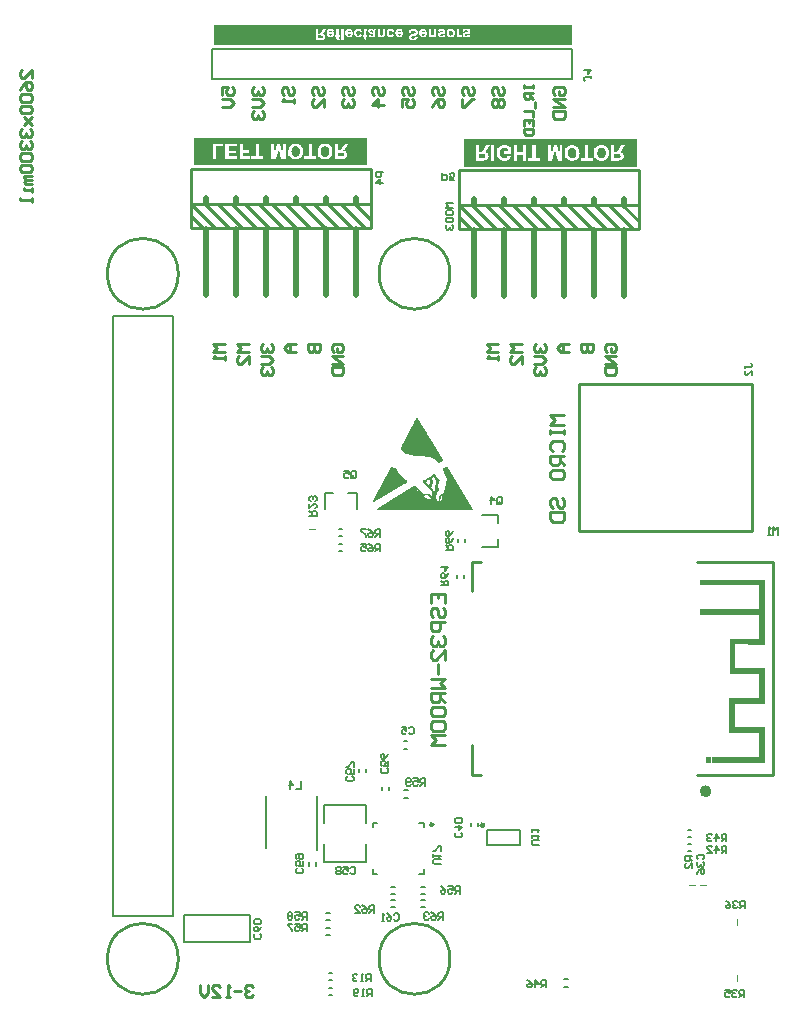
<source format=gbo>
G04*
G04 #@! TF.GenerationSoftware,Altium Limited,Altium Designer,19.0.10 (269)*
G04*
G04 Layer_Color=32896*
%FSLAX25Y25*%
%MOIN*%
G70*
G01*
G75*
%ADD10C,0.02000*%
%ADD11C,0.01000*%
%ADD13C,0.00394*%
%ADD14C,0.00984*%
%ADD15C,0.00787*%
%ADD17C,0.00600*%
%ADD19C,0.00800*%
%ADD266C,0.01181*%
%ADD267C,0.00100*%
G36*
X256429Y179763D02*
X254561D01*
Y181658D01*
X256429D01*
Y179763D01*
D02*
G37*
G36*
Y169878D02*
X254528D01*
Y171815D01*
X256429D01*
Y169878D01*
D02*
G37*
G36*
X276114Y179771D02*
Y171815D01*
Y169901D01*
Y160049D01*
Y160035D01*
X270420D01*
Y160039D01*
X266272D01*
Y152130D01*
X274146D01*
Y150153D01*
X266272D01*
Y150153D01*
X264500D01*
Y150153D01*
X264495D01*
Y152130D01*
X264500D01*
Y161972D01*
X274200D01*
Y169901D01*
X256552D01*
Y171815D01*
X274200D01*
Y179771D01*
X256546D01*
Y181658D01*
X276114D01*
Y179771D01*
D02*
G37*
G36*
Y140279D02*
X274338D01*
Y152130D01*
X276114D01*
Y140279D01*
D02*
G37*
G36*
X274146Y140279D02*
X266272D01*
Y132445D01*
X274146D01*
Y130391D01*
X264490D01*
Y130444D01*
X264374D01*
Y142287D01*
X274146D01*
Y140279D01*
D02*
G37*
G36*
X258398Y120554D02*
X256529D01*
Y122602D01*
X258398D01*
Y120554D01*
D02*
G37*
G36*
X276114Y120598D02*
Y120547D01*
X258511D01*
Y122602D01*
X274211D01*
Y132445D01*
X276114D01*
Y120598D01*
D02*
G37*
G36*
X233489Y319266D02*
X176009D01*
Y328500D01*
X233489D01*
Y319266D01*
D02*
G37*
G36*
X211937Y359974D02*
X92472D01*
Y366697D01*
X211937D01*
Y359974D01*
D02*
G37*
G36*
X143480Y319766D02*
X86000D01*
Y329000D01*
X143480D01*
Y319766D01*
D02*
G37*
%LPC*%
G36*
X229535Y326405D02*
X228310D01*
X227582Y325312D01*
X227574Y325304D01*
X227567Y325283D01*
X227545Y325253D01*
X227516Y325217D01*
X227487Y325173D01*
X227450Y325115D01*
X227370Y324998D01*
X227275Y324867D01*
X227188Y324750D01*
X227108Y324641D01*
X227071Y324605D01*
X227042Y324568D01*
X227035Y324561D01*
X227020Y324546D01*
X226991Y324517D01*
X226955Y324481D01*
X226904Y324451D01*
X226852Y324415D01*
X226794Y324386D01*
X226736Y324357D01*
X226729D01*
X226707Y324349D01*
X226670Y324335D01*
X226612Y324328D01*
X226539Y324313D01*
X226451Y324306D01*
X226349Y324298D01*
X226021D01*
Y326405D01*
X225001D01*
Y321361D01*
X229535D01*
X227275D01*
X227341Y321368D01*
X227421D01*
X227501Y321375D01*
X227596D01*
X227786Y321397D01*
X227982Y321419D01*
X228165Y321455D01*
X228245Y321477D01*
X228318Y321499D01*
X228325D01*
X228332Y321506D01*
X228376Y321528D01*
X228442Y321565D01*
X228529Y321608D01*
X228624Y321681D01*
X228719Y321761D01*
X228814Y321864D01*
X228901Y321988D01*
Y321995D01*
X228908Y322002D01*
X228923Y322024D01*
X228937Y322046D01*
X228974Y322119D01*
X229018Y322214D01*
X229054Y322330D01*
X229090Y322461D01*
X229120Y322614D01*
X229127Y322775D01*
Y322782D01*
Y322797D01*
Y322833D01*
X229120Y322870D01*
Y322921D01*
X229112Y322972D01*
X229083Y323103D01*
X229047Y323256D01*
X228989Y323409D01*
X228901Y323569D01*
X228850Y323642D01*
X228792Y323715D01*
X228784Y323723D01*
X228777Y323730D01*
X228755Y323752D01*
X228726Y323774D01*
X228697Y323803D01*
X228653Y323839D01*
X228602Y323876D01*
X228544Y323912D01*
X228478Y323956D01*
X228398Y323992D01*
X228318Y324029D01*
X228230Y324065D01*
X228128Y324102D01*
X228026Y324131D01*
X227917Y324160D01*
X227793Y324182D01*
X227800D01*
X227807Y324189D01*
X227851Y324218D01*
X227909Y324255D01*
X227982Y324306D01*
X228070Y324371D01*
X228157Y324437D01*
X228252Y324517D01*
X228332Y324605D01*
X228340Y324612D01*
X228376Y324648D01*
X228420Y324707D01*
X228485Y324794D01*
X228573Y324903D01*
X228617Y324976D01*
X228668Y325049D01*
X228726Y325130D01*
X228784Y325217D01*
X228850Y325319D01*
X228916Y325421D01*
X229535Y326405D01*
D01*
D02*
G37*
G36*
X184498D02*
X182024D01*
X183273D01*
X182544Y325312D01*
X182537Y325304D01*
X182529Y325283D01*
X182507Y325253D01*
X182478Y325217D01*
X182449Y325173D01*
X182413Y325115D01*
X182333Y324998D01*
X182238Y324867D01*
X182150Y324750D01*
X182070Y324641D01*
X182034Y324605D01*
X182004Y324568D01*
X181997Y324561D01*
X181983Y324546D01*
X181953Y324517D01*
X181917Y324481D01*
X181866Y324451D01*
X181815Y324415D01*
X181757Y324386D01*
X181698Y324357D01*
X181691D01*
X181669Y324349D01*
X181633Y324335D01*
X181574Y324328D01*
X181501Y324313D01*
X181414Y324306D01*
X181312Y324298D01*
X180984D01*
Y326405D01*
X179963D01*
Y321361D01*
X184498D01*
X182238D01*
X182303Y321368D01*
X182384D01*
X182464Y321375D01*
X182559D01*
X182748Y321397D01*
X182945Y321419D01*
X183127Y321455D01*
X183207Y321477D01*
X183280Y321499D01*
X183288D01*
X183295Y321506D01*
X183338Y321528D01*
X183404Y321565D01*
X183492Y321608D01*
X183586Y321681D01*
X183681Y321761D01*
X183776Y321864D01*
X183863Y321988D01*
Y321995D01*
X183871Y322002D01*
X183885Y322024D01*
X183900Y322046D01*
X183936Y322119D01*
X183980Y322214D01*
X184017Y322330D01*
X184053Y322461D01*
X184082Y322614D01*
X184089Y322775D01*
Y322782D01*
Y322797D01*
Y322833D01*
X184082Y322870D01*
Y322921D01*
X184075Y322972D01*
X184046Y323103D01*
X184009Y323256D01*
X183951Y323409D01*
X183863Y323569D01*
X183812Y323642D01*
X183754Y323715D01*
X183747Y323723D01*
X183739Y323730D01*
X183718Y323752D01*
X183688Y323774D01*
X183659Y323803D01*
X183616Y323839D01*
X183564Y323876D01*
X183506Y323912D01*
X183441Y323956D01*
X183360Y323992D01*
X183280Y324029D01*
X183193Y324065D01*
X183091Y324102D01*
X182989Y324131D01*
X182879Y324160D01*
X182755Y324182D01*
X182763D01*
X182770Y324189D01*
X182814Y324218D01*
X182872Y324255D01*
X182945Y324306D01*
X183032Y324371D01*
X183120Y324437D01*
X183215Y324517D01*
X183295Y324605D01*
X183302Y324612D01*
X183338Y324648D01*
X183382Y324707D01*
X183448Y324794D01*
X183535Y324903D01*
X183579Y324976D01*
X183630Y325049D01*
X183688Y325130D01*
X183747Y325217D01*
X183812Y325319D01*
X183878Y325421D01*
X184498Y326405D01*
D02*
G37*
G36*
X196526D02*
X195505D01*
Y324196D01*
X193515D01*
Y326405D01*
X192495D01*
Y321361D01*
X193515D01*
Y323343D01*
X195505D01*
Y321361D01*
X196526D01*
Y326405D01*
D02*
G37*
G36*
X221757Y326500D02*
X221706D01*
X221647Y326493D01*
X221574Y326485D01*
X221480Y326478D01*
X221370Y326464D01*
X221247Y326442D01*
X221115Y326413D01*
X220970Y326376D01*
X220831Y326332D01*
X220678Y326274D01*
X220532Y326208D01*
X220379Y326135D01*
X220240Y326041D01*
X220102Y325939D01*
X219971Y325815D01*
X219964Y325807D01*
X219942Y325786D01*
X219912Y325742D01*
X219869Y325691D01*
X219818Y325618D01*
X219759Y325530D01*
X219701Y325436D01*
X219643Y325319D01*
X219577Y325195D01*
X219519Y325049D01*
X219460Y324896D01*
X219409Y324728D01*
X219366Y324546D01*
X219337Y324349D01*
X219315Y324138D01*
X219307Y323919D01*
Y326500D01*
D01*
D01*
Y321266D01*
Y323846D01*
X219315Y323788D01*
Y323723D01*
X219322Y323650D01*
X219329Y323562D01*
X219337Y323467D01*
X219366Y323263D01*
X219402Y323044D01*
X219460Y322826D01*
X219533Y322622D01*
Y322614D01*
X219541Y322607D01*
X219555Y322585D01*
X219563Y322556D01*
X219606Y322483D01*
X219657Y322388D01*
X219723Y322279D01*
X219803Y322170D01*
X219898Y322046D01*
X220000Y321929D01*
X220007Y321922D01*
X220015Y321915D01*
X220051Y321878D01*
X220116Y321820D01*
X220197Y321754D01*
X220291Y321681D01*
X220401Y321601D01*
X220525Y321528D01*
X220656Y321470D01*
X220663D01*
X220678Y321463D01*
X220707Y321448D01*
X220743Y321441D01*
X220787Y321419D01*
X220838Y321404D01*
X220904Y321390D01*
X220970Y321368D01*
X221130Y321331D01*
X221312Y321295D01*
X221523Y321273D01*
X221742Y321266D01*
X219307D01*
X224199D01*
D01*
X221793D01*
X221852Y321273D01*
X221924D01*
X222019Y321288D01*
X222129Y321302D01*
X222252Y321324D01*
X222384Y321353D01*
X222522Y321390D01*
X222668Y321433D01*
X222814Y321492D01*
X222967Y321557D01*
X223113Y321638D01*
X223258Y321732D01*
X223397Y321842D01*
X223528Y321966D01*
X223536Y321973D01*
X223557Y321995D01*
X223594Y322039D01*
X223630Y322090D01*
X223681Y322162D01*
X223740Y322250D01*
X223798Y322352D01*
X223864Y322469D01*
X223929Y322593D01*
X223988Y322738D01*
X224046Y322899D01*
X224097Y323066D01*
X224141Y323256D01*
X224170Y323453D01*
X224192Y323664D01*
X224199Y323890D01*
Y323941D01*
X224192Y324007D01*
Y324094D01*
X224177Y324196D01*
X224163Y324313D01*
X224141Y324451D01*
X224119Y324590D01*
X224082Y324743D01*
X224039Y324903D01*
X223980Y325064D01*
X223915Y325224D01*
X223842Y325377D01*
X223747Y325530D01*
X223645Y325676D01*
X223528Y325815D01*
X223521Y325822D01*
X223499Y325844D01*
X223463Y325880D01*
X223404Y325924D01*
X223339Y325975D01*
X223258Y326033D01*
X223164Y326092D01*
X223062Y326157D01*
X222938Y326223D01*
X222807Y326281D01*
X222661Y326340D01*
X222500Y326391D01*
X222333Y326434D01*
X222150Y326471D01*
X221961Y326493D01*
X221757Y326500D01*
D02*
G37*
G36*
X211966D02*
X211915D01*
X211857Y326493D01*
X211784Y326485D01*
X211689Y326478D01*
X211580Y326464D01*
X211456Y326442D01*
X211325Y326413D01*
X211179Y326376D01*
X211040Y326332D01*
X210887Y326274D01*
X210742Y326208D01*
X210589Y326135D01*
X210450Y326041D01*
X210312Y325939D01*
X210180Y325815D01*
X210173Y325807D01*
X210151Y325786D01*
X210122Y325742D01*
X210078Y325691D01*
X210027Y325618D01*
X209969Y325530D01*
X209910Y325436D01*
X209852Y325319D01*
X209787Y325195D01*
X209728Y325049D01*
X209670Y324896D01*
X209619Y324728D01*
X209575Y324546D01*
X209546Y324349D01*
X209524Y324138D01*
X209517Y323919D01*
Y326500D01*
D01*
D01*
Y321266D01*
Y323846D01*
X209524Y323788D01*
Y323723D01*
X209531Y323650D01*
X209539Y323562D01*
X209546Y323467D01*
X209575Y323263D01*
X209612Y323044D01*
X209670Y322826D01*
X209743Y322622D01*
Y322614D01*
X209750Y322607D01*
X209765Y322585D01*
X209772Y322556D01*
X209816Y322483D01*
X209867Y322388D01*
X209932Y322279D01*
X210013Y322170D01*
X210107Y322046D01*
X210209Y321929D01*
X210217Y321922D01*
X210224Y321915D01*
X210261Y321878D01*
X210326Y321820D01*
X210406Y321754D01*
X210501Y321681D01*
X210610Y321601D01*
X210734Y321528D01*
X210865Y321470D01*
X210873D01*
X210887Y321463D01*
X210917Y321448D01*
X210953Y321441D01*
X210997Y321419D01*
X211048Y321404D01*
X211113Y321390D01*
X211179Y321368D01*
X211339Y321331D01*
X211522Y321295D01*
X211733Y321273D01*
X211952Y321266D01*
X209517D01*
X214408D01*
D01*
X212003D01*
X212061Y321273D01*
X212134D01*
X212229Y321288D01*
X212338Y321302D01*
X212462Y321324D01*
X212593Y321353D01*
X212732Y321390D01*
X212878Y321433D01*
X213023Y321492D01*
X213176Y321557D01*
X213322Y321638D01*
X213468Y321732D01*
X213607Y321842D01*
X213738Y321966D01*
X213745Y321973D01*
X213767Y321995D01*
X213803Y322039D01*
X213840Y322090D01*
X213891Y322162D01*
X213949Y322250D01*
X214007Y322352D01*
X214073Y322469D01*
X214139Y322593D01*
X214197Y322738D01*
X214255Y322899D01*
X214306Y323066D01*
X214350Y323256D01*
X214379Y323453D01*
X214401Y323664D01*
X214408Y323890D01*
Y323941D01*
X214401Y324007D01*
Y324094D01*
X214387Y324196D01*
X214372Y324313D01*
X214350Y324451D01*
X214328Y324590D01*
X214292Y324743D01*
X214248Y324903D01*
X214190Y325064D01*
X214124Y325224D01*
X214051Y325377D01*
X213956Y325530D01*
X213854Y325676D01*
X213738Y325815D01*
X213731Y325822D01*
X213709Y325844D01*
X213672Y325880D01*
X213614Y325924D01*
X213548Y325975D01*
X213468Y326033D01*
X213373Y326092D01*
X213271Y326157D01*
X213147Y326223D01*
X213016Y326281D01*
X212870Y326340D01*
X212710Y326391D01*
X212542Y326434D01*
X212360Y326471D01*
X212170Y326493D01*
X211966Y326500D01*
D02*
G37*
G36*
X189389D02*
X189309D01*
X189258Y326493D01*
X189185D01*
X189105Y326485D01*
X189017Y326471D01*
X188915Y326456D01*
X188704Y326420D01*
X188471Y326361D01*
X188230Y326281D01*
X188121Y326230D01*
X188004Y326172D01*
X187997Y326165D01*
X187982Y326157D01*
X187946Y326135D01*
X187909Y326106D01*
X187858Y326077D01*
X187807Y326033D01*
X187742Y325982D01*
X187676Y325924D01*
X187530Y325793D01*
X187384Y325625D01*
X187246Y325436D01*
X187122Y325217D01*
Y325210D01*
X187107Y325188D01*
X187093Y325151D01*
X187078Y325108D01*
X187056Y325049D01*
X187027Y324984D01*
X187005Y324903D01*
X186976Y324816D01*
X186947Y324721D01*
X186925Y324612D01*
X186874Y324386D01*
X186845Y324138D01*
X186830Y323868D01*
Y326500D01*
D01*
Y321266D01*
X191547D01*
X189418D01*
X189484Y321273D01*
X189564Y321280D01*
X189659Y321288D01*
X189761Y321295D01*
X189870Y321317D01*
X190104Y321361D01*
X190344Y321433D01*
X190468Y321477D01*
X190585Y321528D01*
X190694Y321586D01*
X190796Y321659D01*
X190803Y321667D01*
X190818Y321674D01*
X190847Y321703D01*
X190884Y321732D01*
X190927Y321769D01*
X190971Y321820D01*
X191022Y321878D01*
X191080Y321944D01*
X191139Y322017D01*
X191197Y322097D01*
X191255Y322184D01*
X191306Y322286D01*
X191365Y322388D01*
X191409Y322498D01*
X191452Y322622D01*
X191481Y322746D01*
X190468Y322935D01*
Y322928D01*
X190461Y322921D01*
X190446Y322877D01*
X190417Y322811D01*
X190373Y322724D01*
X190322Y322629D01*
X190249Y322534D01*
X190162Y322440D01*
X190060Y322352D01*
X190045Y322345D01*
X190009Y322316D01*
X189943Y322279D01*
X189863Y322243D01*
X189754Y322199D01*
X189630Y322170D01*
X189491Y322141D01*
X189331Y322133D01*
X189265D01*
X189222Y322141D01*
X189163Y322148D01*
X189098Y322155D01*
X189025Y322170D01*
X188944Y322184D01*
X188777Y322235D01*
X188689Y322272D01*
X188602Y322316D01*
X188514Y322367D01*
X188427Y322418D01*
X188347Y322491D01*
X188267Y322563D01*
X188259Y322571D01*
X188252Y322585D01*
X188230Y322607D01*
X188208Y322644D01*
X188179Y322687D01*
X188143Y322738D01*
X188106Y322804D01*
X188077Y322877D01*
X188040Y322964D01*
X188004Y323059D01*
X187968Y323161D01*
X187938Y323271D01*
X187917Y323394D01*
X187895Y323533D01*
X187887Y323672D01*
X187880Y323825D01*
Y323832D01*
Y323861D01*
Y323912D01*
X187887Y323970D01*
X187895Y324051D01*
X187902Y324131D01*
X187917Y324233D01*
X187931Y324335D01*
X187975Y324554D01*
X188048Y324780D01*
X188092Y324889D01*
X188143Y324991D01*
X188208Y325093D01*
X188274Y325181D01*
X188281Y325188D01*
X188296Y325202D01*
X188318Y325224D01*
X188347Y325253D01*
X188391Y325283D01*
X188434Y325326D01*
X188493Y325363D01*
X188558Y325407D01*
X188631Y325450D01*
X188704Y325487D01*
X188886Y325560D01*
X188988Y325589D01*
X189090Y325611D01*
X189207Y325625D01*
X189324Y325633D01*
X189382D01*
X189440Y325625D01*
X189528Y325618D01*
X189622Y325603D01*
X189732Y325582D01*
X189848Y325552D01*
X189965Y325509D01*
X189972D01*
X189980Y325501D01*
X190016Y325487D01*
X190082Y325458D01*
X190155Y325421D01*
X190242Y325377D01*
X190337Y325326D01*
X190432Y325268D01*
X190519Y325202D01*
Y324554D01*
X189353D01*
Y323701D01*
X191547D01*
Y325727D01*
X191532Y325742D01*
X191511Y325756D01*
X191489Y325778D01*
X191452Y325807D01*
X191416Y325837D01*
X191314Y325909D01*
X191175Y325990D01*
X191015Y326084D01*
X190833Y326179D01*
X190614Y326267D01*
X190607D01*
X190585Y326274D01*
X190556Y326289D01*
X190512Y326303D01*
X190454Y326318D01*
X190388Y326340D01*
X190315Y326361D01*
X190235Y326383D01*
X190053Y326427D01*
X189841Y326464D01*
X189622Y326493D01*
X189389Y326500D01*
D02*
G37*
G36*
X208693Y326405D02*
X207753D01*
X207745Y322440D01*
X206754Y326405D01*
X205770D01*
X204778Y322440D01*
Y326405D01*
X203838D01*
Y321361D01*
X208693D01*
Y326405D01*
D02*
G37*
G36*
X217368D02*
X216348D01*
Y322214D01*
X214853D01*
Y326405D01*
Y321361D01*
X218855D01*
Y322214D01*
X217368D01*
Y326405D01*
D02*
G37*
G36*
X199741D02*
X198720D01*
Y322214D01*
X197226D01*
Y326405D01*
Y321361D01*
X201228D01*
Y322214D01*
X199741D01*
Y326405D01*
D02*
G37*
G36*
X186036D02*
X185015D01*
Y321361D01*
X186036D01*
Y326405D01*
D02*
G37*
%LPD*%
G36*
X227159Y323489D02*
X227312Y323482D01*
X227465Y323475D01*
X227531Y323467D01*
X227589Y323460D01*
X227647Y323446D01*
X227684Y323438D01*
X227691D01*
X227713Y323424D01*
X227749Y323409D01*
X227786Y323387D01*
X227880Y323322D01*
X227924Y323278D01*
X227968Y323227D01*
X227975Y323219D01*
X227982Y323198D01*
X228004Y323168D01*
X228026Y323125D01*
X228041Y323066D01*
X228063Y323001D01*
X228070Y322928D01*
X228077Y322848D01*
Y322833D01*
Y322804D01*
X228070Y322760D01*
X228063Y322702D01*
X228041Y322636D01*
X228019Y322571D01*
X227982Y322498D01*
X227939Y322440D01*
X227931Y322432D01*
X227917Y322410D01*
X227880Y322388D01*
X227837Y322352D01*
X227786Y322316D01*
X227720Y322286D01*
X227640Y322257D01*
X227552Y322235D01*
X227545D01*
X227523Y322228D01*
X227479D01*
X227414Y322221D01*
X227254D01*
X227188Y322214D01*
X226021D01*
Y323497D01*
X227013D01*
X227159Y323489D01*
D02*
G37*
G36*
X182121D02*
X182274Y323482D01*
X182427Y323475D01*
X182493Y323467D01*
X182551Y323460D01*
X182609Y323446D01*
X182646Y323438D01*
X182653D01*
X182675Y323424D01*
X182712Y323409D01*
X182748Y323387D01*
X182843Y323322D01*
X182887Y323278D01*
X182930Y323227D01*
X182938Y323219D01*
X182945Y323198D01*
X182967Y323168D01*
X182989Y323125D01*
X183003Y323066D01*
X183025Y323001D01*
X183032Y322928D01*
X183040Y322848D01*
Y322833D01*
Y322804D01*
X183032Y322760D01*
X183025Y322702D01*
X183003Y322636D01*
X182981Y322571D01*
X182945Y322498D01*
X182901Y322440D01*
X182894Y322432D01*
X182879Y322410D01*
X182843Y322388D01*
X182799Y322352D01*
X182748Y322316D01*
X182682Y322286D01*
X182602Y322257D01*
X182515Y322235D01*
X182507D01*
X182486Y322228D01*
X182442D01*
X182376Y322221D01*
X182216D01*
X182150Y322214D01*
X180984D01*
Y323497D01*
X181975D01*
X182121Y323489D01*
D02*
G37*
G36*
X221859Y325625D02*
X221910Y325618D01*
X221968Y325611D01*
X222107Y325574D01*
X222267Y325523D01*
X222347Y325487D01*
X222435Y325450D01*
X222515Y325399D01*
X222602Y325341D01*
X222683Y325275D01*
X222756Y325195D01*
X222763Y325188D01*
X222770Y325173D01*
X222792Y325151D01*
X222814Y325115D01*
X222850Y325064D01*
X222879Y325006D01*
X222916Y324940D01*
X222952Y324860D01*
X222989Y324772D01*
X223025Y324677D01*
X223062Y324568D01*
X223091Y324444D01*
X223113Y324320D01*
X223135Y324182D01*
X223142Y324029D01*
X223149Y323868D01*
Y323861D01*
Y323832D01*
Y323788D01*
X223142Y323723D01*
X223135Y323650D01*
X223127Y323569D01*
X223120Y323475D01*
X223098Y323380D01*
X223054Y323168D01*
X222989Y322950D01*
X222945Y322840D01*
X222894Y322746D01*
X222828Y322651D01*
X222763Y322563D01*
X222756Y322556D01*
X222748Y322541D01*
X222726Y322527D01*
X222697Y322498D01*
X222654Y322461D01*
X222610Y322425D01*
X222559Y322388D01*
X222493Y322345D01*
X222428Y322308D01*
X222347Y322272D01*
X222180Y322199D01*
X222085Y322170D01*
X221983Y322155D01*
X221873Y322141D01*
X221757Y322133D01*
X221698D01*
X221655Y322141D01*
X221596Y322148D01*
X221538Y322155D01*
X221392Y322184D01*
X221232Y322243D01*
X221144Y322272D01*
X221057Y322316D01*
X220977Y322367D01*
X220889Y322425D01*
X220809Y322491D01*
X220736Y322571D01*
X220729Y322578D01*
X220722Y322593D01*
X220700Y322614D01*
X220678Y322651D01*
X220649Y322702D01*
X220620Y322753D01*
X220583Y322819D01*
X220547Y322899D01*
X220510Y322986D01*
X220474Y323081D01*
X220445Y323190D01*
X220415Y323307D01*
X220394Y323438D01*
X220372Y323577D01*
X220364Y323723D01*
X220357Y323883D01*
Y323890D01*
Y323919D01*
Y323963D01*
X220364Y324021D01*
X220372Y324094D01*
X220379Y324182D01*
X220394Y324269D01*
X220408Y324371D01*
X220452Y324583D01*
X220525Y324794D01*
X220568Y324903D01*
X220620Y325006D01*
X220685Y325100D01*
X220751Y325188D01*
X220758Y325195D01*
X220773Y325210D01*
X220795Y325232D01*
X220824Y325253D01*
X220860Y325290D01*
X220911Y325326D01*
X220962Y325370D01*
X221028Y325407D01*
X221166Y325494D01*
X221341Y325560D01*
X221436Y325589D01*
X221538Y325611D01*
X221647Y325625D01*
X221757Y325633D01*
X221815D01*
X221859Y325625D01*
D02*
G37*
G36*
X212068D02*
X212119Y325618D01*
X212178Y325611D01*
X212316Y325574D01*
X212477Y325523D01*
X212557Y325487D01*
X212644Y325450D01*
X212724Y325399D01*
X212812Y325341D01*
X212892Y325275D01*
X212965Y325195D01*
X212972Y325188D01*
X212980Y325173D01*
X213001Y325151D01*
X213023Y325115D01*
X213060Y325064D01*
X213089Y325006D01*
X213125Y324940D01*
X213162Y324860D01*
X213198Y324772D01*
X213235Y324677D01*
X213271Y324568D01*
X213300Y324444D01*
X213322Y324320D01*
X213344Y324182D01*
X213351Y324029D01*
X213359Y323868D01*
Y323861D01*
Y323832D01*
Y323788D01*
X213351Y323723D01*
X213344Y323650D01*
X213337Y323569D01*
X213330Y323475D01*
X213308Y323380D01*
X213264Y323168D01*
X213198Y322950D01*
X213155Y322840D01*
X213104Y322746D01*
X213038Y322651D01*
X212972Y322563D01*
X212965Y322556D01*
X212958Y322541D01*
X212936Y322527D01*
X212907Y322498D01*
X212863Y322461D01*
X212819Y322425D01*
X212768Y322388D01*
X212703Y322345D01*
X212637Y322308D01*
X212557Y322272D01*
X212389Y322199D01*
X212294Y322170D01*
X212192Y322155D01*
X212083Y322141D01*
X211966Y322133D01*
X211908D01*
X211864Y322141D01*
X211806Y322148D01*
X211748Y322155D01*
X211602Y322184D01*
X211441Y322243D01*
X211354Y322272D01*
X211266Y322316D01*
X211186Y322367D01*
X211099Y322425D01*
X211019Y322491D01*
X210946Y322571D01*
X210938Y322578D01*
X210931Y322593D01*
X210909Y322614D01*
X210887Y322651D01*
X210858Y322702D01*
X210829Y322753D01*
X210793Y322819D01*
X210756Y322899D01*
X210720Y322986D01*
X210683Y323081D01*
X210654Y323190D01*
X210625Y323307D01*
X210603Y323438D01*
X210581Y323577D01*
X210574Y323723D01*
X210567Y323883D01*
Y323890D01*
Y323919D01*
Y323963D01*
X210574Y324021D01*
X210581Y324094D01*
X210589Y324182D01*
X210603Y324269D01*
X210618Y324371D01*
X210661Y324583D01*
X210734Y324794D01*
X210778Y324903D01*
X210829Y325006D01*
X210895Y325100D01*
X210960Y325188D01*
X210968Y325195D01*
X210982Y325210D01*
X211004Y325232D01*
X211033Y325253D01*
X211070Y325290D01*
X211121Y325326D01*
X211172Y325370D01*
X211237Y325407D01*
X211376Y325494D01*
X211551Y325560D01*
X211646Y325589D01*
X211748Y325611D01*
X211857Y325625D01*
X211966Y325633D01*
X212025D01*
X212068Y325625D01*
D02*
G37*
G36*
X186838Y323737D02*
Y323664D01*
X186845Y323584D01*
X186860Y323497D01*
X186874Y323394D01*
X186911Y323183D01*
X186969Y322942D01*
X187049Y322702D01*
X187100Y322585D01*
X187158Y322469D01*
X187166Y322461D01*
X187173Y322440D01*
X187195Y322410D01*
X187217Y322367D01*
X187253Y322316D01*
X187297Y322257D01*
X187348Y322192D01*
X187399Y322119D01*
X187465Y322046D01*
X187538Y321966D01*
X187618Y321885D01*
X187705Y321805D01*
X187800Y321732D01*
X187895Y321652D01*
X188121Y321521D01*
X188128D01*
X188143Y321506D01*
X188172Y321499D01*
X188208Y321477D01*
X188259Y321463D01*
X188310Y321441D01*
X188383Y321419D01*
X188456Y321390D01*
X188536Y321368D01*
X188631Y321346D01*
X188733Y321324D01*
X188835Y321302D01*
X189068Y321273D01*
X189331Y321266D01*
X186830D01*
Y323788D01*
X186838Y323737D01*
D02*
G37*
G36*
X207162Y321361D02*
X205362D01*
X206265Y324809D01*
X207162Y321361D01*
D02*
G37*
%LPC*%
G36*
X144861Y365285D02*
X144823D01*
D01*
X143955D01*
X144823D01*
X144790Y365279D01*
X144757D01*
X144714Y365274D01*
X144621Y365257D01*
X144512Y365230D01*
X144402Y365192D01*
X144293Y365137D01*
X144195Y365061D01*
Y365055D01*
X144184Y365050D01*
X144157Y365017D01*
X144118Y364968D01*
X144075Y364902D01*
X144031Y364821D01*
X143993Y364722D01*
X143966Y364608D01*
X143960Y364548D01*
X143955Y364482D01*
Y364482D01*
Y364444D01*
X143960Y364400D01*
X143971Y364346D01*
X143982Y364280D01*
X143998Y364214D01*
X144026Y364143D01*
X144064Y364072D01*
X144069Y364062D01*
X144086Y364040D01*
X144107Y364007D01*
X144146Y363969D01*
X144184Y363925D01*
X144239Y363876D01*
X144299Y363832D01*
X144370Y363794D01*
X144380Y363789D01*
X144408Y363778D01*
X144451Y363761D01*
X144517Y363734D01*
X144599Y363707D01*
X144697Y363679D01*
X144817Y363652D01*
X144948Y363625D01*
X144954D01*
X144970Y363619D01*
X144998Y363614D01*
X145030Y363608D01*
X145074Y363603D01*
X145123Y363592D01*
X145232Y363565D01*
X145347Y363537D01*
X145467Y363510D01*
X145571Y363477D01*
X145620Y363461D01*
X145658Y363445D01*
Y363374D01*
Y363363D01*
Y363341D01*
X145653Y363303D01*
X145647Y363253D01*
X145631Y363204D01*
X145615Y363155D01*
X145587Y363112D01*
X145549Y363073D01*
X145544Y363068D01*
X145527Y363057D01*
X145500Y363046D01*
X145462Y363024D01*
X145407Y363008D01*
X145342Y362997D01*
X145260Y362986D01*
X145161Y362981D01*
X145129D01*
X145096Y362986D01*
X145052Y362991D01*
X145003Y363002D01*
X144948Y363013D01*
X144899Y363035D01*
X144855Y363062D01*
X144850Y363068D01*
X144839Y363079D01*
X144817Y363095D01*
X144796Y363123D01*
X144763Y363161D01*
X144735Y363210D01*
X144708Y363264D01*
X144681Y363330D01*
X144031Y363210D01*
Y363204D01*
X144036Y363193D01*
X144042Y363172D01*
X144053Y363144D01*
X144064Y363112D01*
X144080Y363073D01*
X144118Y362986D01*
X144173Y362893D01*
X144239Y362795D01*
X144315Y362702D01*
X144408Y362620D01*
X144413D01*
X144419Y362609D01*
X144435Y362604D01*
X144457Y362587D01*
X144490Y362577D01*
X144523Y362560D01*
X144566Y362538D01*
X144610Y362522D01*
X144664Y362506D01*
X144725Y362484D01*
X144790Y362467D01*
X144867Y362456D01*
X144943Y362440D01*
X145030Y362435D01*
X145118Y362424D01*
X146526D01*
X145298D01*
X145336Y362429D01*
X145380D01*
X145489Y362440D01*
X145604Y362451D01*
X145724Y362473D01*
X145838Y362506D01*
X145887Y362522D01*
X145937Y362544D01*
X145942D01*
X145948Y362549D01*
X145975Y362566D01*
X146019Y362587D01*
X146068Y362620D01*
X146128Y362664D01*
X146182Y362713D01*
X146231Y362773D01*
X146275Y362833D01*
X146281Y362844D01*
X146291Y362866D01*
X146308Y362915D01*
X146313Y362942D01*
X146324Y362981D01*
X146335Y363019D01*
X146341Y363068D01*
X146352Y363123D01*
X146357Y363182D01*
X146362Y363248D01*
X146368Y363319D01*
X146373Y363396D01*
Y363483D01*
X146362Y364329D01*
Y364335D01*
Y364346D01*
Y364362D01*
Y364389D01*
Y364455D01*
X146368Y364531D01*
Y364618D01*
X146379Y364706D01*
X146384Y364793D01*
X146395Y364864D01*
Y364870D01*
X146401Y364892D01*
X146412Y364930D01*
X146423Y364973D01*
X146444Y365028D01*
X146466Y365088D01*
X146493Y365154D01*
X146526Y365225D01*
X145811D01*
Y365219D01*
X145806Y365214D01*
X145800Y365192D01*
X145789Y365170D01*
X145778Y365143D01*
X145767Y365105D01*
X145756Y365061D01*
X145740Y365012D01*
Y365006D01*
X145735Y365001D01*
X145729Y364979D01*
X145718Y364952D01*
X145713Y364930D01*
X145702Y364935D01*
X145680Y364957D01*
X145642Y364990D01*
X145593Y365028D01*
X145533Y365072D01*
X145467Y365121D01*
X145391Y365159D01*
X145314Y365197D01*
X145303Y365203D01*
X145276Y365208D01*
X145232Y365225D01*
X145178Y365241D01*
X145112Y365257D01*
X145036Y365268D01*
X144948Y365279D01*
X144861Y365285D01*
D02*
G37*
G36*
X143136D02*
X143103D01*
X143065Y365279D01*
X143016Y365274D01*
X142961Y365268D01*
X142901Y365257D01*
X142841Y365241D01*
X142781Y365219D01*
X142775Y365214D01*
X142753Y365208D01*
X142726Y365192D01*
X142693Y365176D01*
X142617Y365121D01*
X142579Y365088D01*
X142546Y365050D01*
X142541Y365044D01*
X142535Y365028D01*
X142524Y365006D01*
X142508Y364973D01*
X142491Y364935D01*
X142475Y364886D01*
X142459Y364831D01*
X142448Y364771D01*
Y364766D01*
X142442Y364744D01*
Y364711D01*
X142437Y364657D01*
X142431Y364586D01*
Y364498D01*
X142426Y364449D01*
Y364389D01*
Y364329D01*
Y364258D01*
Y363062D01*
X142093D01*
Y362484D01*
X142426D01*
Y361938D01*
X143152Y361512D01*
X142093D01*
X143709D01*
X143152D01*
Y362484D01*
X143649D01*
Y363062D01*
X143152D01*
Y364171D01*
Y364176D01*
Y364187D01*
Y364204D01*
Y364225D01*
Y364280D01*
Y364346D01*
X143157Y364411D01*
Y364477D01*
Y364526D01*
X143163Y364548D01*
Y364559D01*
X143168Y364569D01*
X143179Y364591D01*
X143196Y364618D01*
X143228Y364651D01*
X143239Y364657D01*
X143261Y364668D01*
X143299Y364679D01*
X143349Y364684D01*
X143370D01*
X143392Y364679D01*
X143425Y364673D01*
X143469Y364668D01*
X143518Y364657D01*
X143578Y364640D01*
X143643Y364618D01*
X143709Y365181D01*
X143703D01*
X143698Y365186D01*
X143665Y365197D01*
X143611Y365214D01*
X143540Y365230D01*
X143458Y365252D01*
X143359Y365268D01*
X143250Y365279D01*
X143136Y365285D01*
D02*
G37*
G36*
X177861Y365285D02*
D01*
Y364406D01*
X177856Y364433D01*
X177850Y364460D01*
X177845Y364498D01*
X177823Y364591D01*
X177785Y364689D01*
X177758Y364744D01*
X177730Y364799D01*
X177692Y364853D01*
X177648Y364908D01*
X177599Y364963D01*
X177545Y365017D01*
X177539Y365023D01*
X177528Y365028D01*
X177512Y365039D01*
X177485Y365061D01*
X177452Y365077D01*
X177413Y365099D01*
X177364Y365126D01*
X177310Y365148D01*
X177250Y365176D01*
X177179Y365197D01*
X177102Y365225D01*
X177020Y365241D01*
X176928Y365257D01*
X176829Y365274D01*
X176726Y365279D01*
X176616Y365285D01*
X177861D01*
X176616D01*
D01*
X175306D01*
X176562D01*
X176523Y365279D01*
X176474D01*
X176420Y365274D01*
X176360Y365268D01*
X176294Y365257D01*
X176152Y365230D01*
X176005Y365192D01*
X175857Y365137D01*
X175792Y365099D01*
X175726Y365061D01*
X175721Y365055D01*
X175710Y365050D01*
X175694Y365039D01*
X175677Y365017D01*
X175617Y364968D01*
X175552Y364897D01*
X175481Y364810D01*
X175415Y364706D01*
X175355Y364580D01*
X175306Y364444D01*
D01*
X176032Y364335D01*
Y364346D01*
X176043Y364367D01*
X176054Y364406D01*
X176070Y364455D01*
X176098Y364509D01*
X176130Y364559D01*
X176169Y364613D01*
X176218Y364657D01*
X176223Y364662D01*
X176245Y364673D01*
X176278Y364689D01*
X176321Y364706D01*
X176376Y364728D01*
X176447Y364744D01*
X176523Y364755D01*
X176616Y364760D01*
X176660D01*
X176715Y364755D01*
X176775Y364750D01*
X176840Y364739D01*
X176911Y364717D01*
X176977Y364695D01*
X177037Y364662D01*
X177042Y364657D01*
X177053Y364646D01*
X177069Y364630D01*
X177086Y364608D01*
X177102Y364580D01*
X177119Y364548D01*
X177130Y364509D01*
X177135Y364466D01*
Y364460D01*
Y364449D01*
X177130Y364417D01*
X177113Y364373D01*
X177081Y364329D01*
X177069Y364318D01*
X177053Y364313D01*
X177031Y364296D01*
X176999Y364285D01*
X176955Y364269D01*
X176906Y364253D01*
X176840Y364236D01*
X176829D01*
X176802Y364225D01*
X176758Y364214D01*
X176698Y364204D01*
X176627Y364187D01*
X176551Y364165D01*
X176463Y364143D01*
X176371Y364116D01*
X176180Y364062D01*
X176087Y364034D01*
X175999Y364002D01*
X175917Y363974D01*
X175841Y363942D01*
X175776Y363909D01*
X175726Y363881D01*
X175721Y363876D01*
X175710Y363871D01*
X175699Y363860D01*
X175677Y363838D01*
X175623Y363789D01*
X175568Y363718D01*
X175508Y363630D01*
X175453Y363527D01*
X175432Y363467D01*
X175421Y363401D01*
X175410Y363335D01*
X175404Y363264D01*
Y363259D01*
Y363248D01*
Y363232D01*
X175410Y363204D01*
X175415Y363177D01*
X175421Y363139D01*
X175437Y363057D01*
X175470Y362964D01*
X175524Y362866D01*
X175552Y362811D01*
X175590Y362762D01*
X175634Y362713D01*
X175683Y362669D01*
X175688Y362664D01*
X175694Y362658D01*
X175710Y362648D01*
X175737Y362631D01*
X175765Y362615D01*
X175803Y362593D01*
X175847Y362571D01*
X175896Y362544D01*
X175956Y362522D01*
X176021Y362500D01*
X176092Y362478D01*
X176169Y362462D01*
X176256Y362445D01*
X176349Y362435D01*
X176447Y362424D01*
X176649D01*
X176693Y362429D01*
X176747Y362435D01*
X176807Y362440D01*
X176873Y362445D01*
X177009Y362467D01*
X177146Y362500D01*
X177277Y362549D01*
X177337Y362577D01*
X177392Y362609D01*
X177397D01*
X177403Y362620D01*
X177435Y362642D01*
X177485Y362686D01*
X177539Y362746D01*
X177605Y362817D01*
X177665Y362910D01*
X177725Y363019D01*
X177768Y363144D01*
X177086Y363270D01*
Y363264D01*
X177075Y363243D01*
X177064Y363215D01*
X177048Y363183D01*
X177026Y363139D01*
X176993Y363101D01*
X176960Y363062D01*
X176917Y363030D01*
X176911Y363024D01*
X176895Y363013D01*
X176867Y363002D01*
X176829Y362986D01*
X176780Y362970D01*
X176720Y362953D01*
X176649Y362948D01*
X176567Y362942D01*
X176518D01*
X176469Y362948D01*
X176409Y362953D01*
X176338Y362964D01*
X176272Y362975D01*
X176212Y362997D01*
X176158Y363024D01*
X176152D01*
X176147Y363035D01*
X176119Y363062D01*
X176087Y363112D01*
X176081Y363139D01*
X176076Y363172D01*
Y363177D01*
Y363183D01*
X176087Y363215D01*
X176109Y363259D01*
X176125Y363281D01*
X176147Y363303D01*
X176152Y363308D01*
X176174Y363314D01*
X176185Y363324D01*
X176207Y363330D01*
X176234Y363341D01*
X176267Y363357D01*
X176311Y363368D01*
X176354Y363385D01*
X176409Y363401D01*
X176474Y363417D01*
X176545Y363439D01*
X176627Y363461D01*
X176720Y363483D01*
X176824Y363510D01*
X176829D01*
X176851Y363516D01*
X176878Y363521D01*
X176917Y363532D01*
X176966Y363548D01*
X177020Y363559D01*
X177140Y363597D01*
X177277Y363647D01*
X177408Y363701D01*
X177474Y363734D01*
X177534Y363761D01*
X177583Y363800D01*
X177632Y363832D01*
X177643Y363843D01*
X177670Y363865D01*
X177703Y363909D01*
X177747Y363969D01*
X177790Y364045D01*
X177823Y364138D01*
X177850Y364247D01*
X177861Y364367D01*
Y362424D01*
D01*
Y365285D01*
D02*
G37*
G36*
X162295D02*
X162262D01*
X162229Y365279D01*
X162180D01*
X162120Y365268D01*
X162049Y365257D01*
X161973Y365246D01*
X161896Y365225D01*
X161809Y365203D01*
X161722Y365170D01*
X161634Y365132D01*
X161547Y365088D01*
X161459Y365034D01*
X161378Y364973D01*
X161307Y364902D01*
X161235Y364821D01*
X161230Y364815D01*
X161225Y364804D01*
X161214Y364782D01*
X161192Y364755D01*
X161176Y364717D01*
X161154Y364673D01*
X161126Y364624D01*
X161105Y364564D01*
X161077Y364498D01*
X161055Y364427D01*
X161028Y364351D01*
X161012Y364264D01*
X160995Y364176D01*
X160979Y364084D01*
X160974Y363980D01*
X160968Y363876D01*
Y363810D01*
X160974Y363761D01*
X160979Y363707D01*
X160984Y363641D01*
X160995Y363570D01*
X161012Y363488D01*
X161055Y363319D01*
X161083Y363232D01*
X161115Y363139D01*
X161159Y363052D01*
X161208Y362970D01*
X161263Y362888D01*
X161323Y362811D01*
X161328Y362806D01*
X161339Y362795D01*
X161361Y362773D01*
X161388Y362751D01*
X161421Y362724D01*
X161465Y362691D01*
X161514Y362653D01*
X161569Y362615D01*
X161629Y362582D01*
X161700Y362544D01*
X161771Y362511D01*
X161853Y362484D01*
X161934Y362462D01*
X162027Y362440D01*
X162120Y362429D01*
X162218Y362424D01*
X160968D01*
X163523D01*
D01*
X162278D01*
X162322Y362429D01*
X162371Y362435D01*
X162431Y362445D01*
X162497Y362456D01*
X162568Y362473D01*
X162644Y362495D01*
X162721Y362522D01*
X162803Y362555D01*
X162884Y362598D01*
X162961Y362642D01*
X163037Y362697D01*
X163114Y362762D01*
X163179Y362833D01*
X163185Y362839D01*
X163196Y362849D01*
X163212Y362877D01*
X163234Y362910D01*
X163261Y362953D01*
X163288Y363002D01*
X163321Y363068D01*
X163354Y363139D01*
X163387Y363221D01*
X163419Y363314D01*
X163447Y363412D01*
X163474Y363527D01*
X163496Y363647D01*
X163512Y363778D01*
X163523Y363914D01*
Y364067D01*
X161711D01*
Y364072D01*
Y364084D01*
Y364100D01*
X161716Y364122D01*
X161722Y364176D01*
X161732Y364253D01*
X161754Y364329D01*
X161787Y364417D01*
X161825Y364498D01*
X161880Y364569D01*
X161885Y364575D01*
X161913Y364597D01*
X161945Y364624D01*
X161995Y364657D01*
X162055Y364689D01*
X162131Y364717D01*
X162213Y364739D01*
X162300Y364744D01*
X162328D01*
X162360Y364739D01*
X162399Y364733D01*
X162442Y364722D01*
X162491Y364706D01*
X162540Y364684D01*
X162584Y364651D01*
X162590Y364646D01*
X162606Y364635D01*
X162628Y364613D01*
X162650Y364580D01*
X162682Y364537D01*
X162710Y364488D01*
X162737Y364422D01*
X162764Y364351D01*
X163485Y364471D01*
Y364477D01*
X163480Y364488D01*
X163469Y364509D01*
X163458Y364537D01*
X163441Y364569D01*
X163425Y364608D01*
X163376Y364695D01*
X163316Y364793D01*
X163239Y364897D01*
X163146Y364990D01*
X163043Y365077D01*
X163037D01*
X163032Y365088D01*
X163010Y365094D01*
X162988Y365110D01*
X162961Y365126D01*
X162923Y365143D01*
X162884Y365159D01*
X162835Y365181D01*
X162726Y365219D01*
X162601Y365252D01*
X162453Y365274D01*
X162295Y365285D01*
D02*
G37*
G36*
X155595D02*
X154334D01*
X154301Y365279D01*
X154252D01*
X154192Y365268D01*
X154121Y365257D01*
X154045Y365246D01*
X153968Y365225D01*
X153881Y365203D01*
X153794Y365170D01*
X153706Y365132D01*
X153619Y365088D01*
X153532Y365034D01*
X153450Y364973D01*
X153379Y364902D01*
X153308Y364821D01*
X153302Y364815D01*
X153297Y364804D01*
X153286Y364782D01*
X153264Y364755D01*
X153248Y364717D01*
X153226Y364673D01*
X153198Y364624D01*
X153177Y364564D01*
X153149Y364498D01*
X153127Y364427D01*
X153100Y364351D01*
X153084Y364264D01*
X153067Y364176D01*
X153051Y364084D01*
X153045Y363980D01*
X153040Y363876D01*
Y363810D01*
X153045Y363761D01*
X153051Y363707D01*
X153057Y363641D01*
X153067Y363570D01*
X153084Y363488D01*
X153127Y363319D01*
X153155Y363232D01*
X153188Y363139D01*
X153231Y363052D01*
X153280Y362970D01*
X153335Y362888D01*
X153395Y362811D01*
X153400Y362806D01*
X153411Y362795D01*
X153433Y362773D01*
X153461Y362751D01*
X153493Y362724D01*
X153537Y362691D01*
X153586Y362653D01*
X153641Y362615D01*
X153701Y362582D01*
X153772Y362544D01*
X153843Y362511D01*
X153925Y362484D01*
X154007Y362462D01*
X154099Y362440D01*
X154192Y362429D01*
X154290Y362424D01*
X155595D01*
X154350D01*
X154394Y362429D01*
X154443Y362435D01*
X154503Y362445D01*
X154569Y362456D01*
X154640Y362473D01*
X154716Y362495D01*
X154793Y362522D01*
X154875Y362555D01*
X154956Y362598D01*
X155033Y362642D01*
X155109Y362697D01*
X155186Y362762D01*
X155251Y362833D01*
X155257Y362839D01*
X155268Y362849D01*
X155284Y362877D01*
X155306Y362910D01*
X155333Y362953D01*
X155361Y363002D01*
X155393Y363068D01*
X155426Y363139D01*
X155459Y363221D01*
X155492Y363314D01*
X155519Y363412D01*
X155546Y363527D01*
X155568Y363647D01*
X155584Y363778D01*
X155595Y363914D01*
Y364078D01*
Y364067D01*
X153783D01*
Y364072D01*
Y364084D01*
Y364100D01*
X153788Y364122D01*
X153794Y364176D01*
X153805Y364253D01*
X153826Y364329D01*
X153859Y364417D01*
X153897Y364498D01*
X153952Y364569D01*
X153957Y364575D01*
X153985Y364597D01*
X154017Y364624D01*
X154067Y364657D01*
X154127Y364689D01*
X154203Y364717D01*
X154285Y364739D01*
X154372Y364744D01*
X154400D01*
X154432Y364739D01*
X154471Y364733D01*
X154514Y364722D01*
X154563Y364706D01*
X154613Y364684D01*
X154656Y364651D01*
X154662Y364646D01*
X154678Y364635D01*
X154700Y364613D01*
X154722Y364580D01*
X154754Y364537D01*
X154782Y364488D01*
X154809Y364422D01*
X154836Y364351D01*
X155557Y364471D01*
Y364477D01*
X155552Y364488D01*
X155541Y364509D01*
X155530Y364537D01*
X155514Y364569D01*
X155497Y364608D01*
X155448Y364695D01*
X155388Y364793D01*
X155311Y364897D01*
X155219Y364990D01*
X155115Y365077D01*
X155109D01*
X155104Y365088D01*
X155082Y365094D01*
X155060Y365110D01*
X155033Y365126D01*
X154995Y365143D01*
X154956Y365159D01*
X154907Y365181D01*
X154798Y365219D01*
X154673Y365252D01*
X154525Y365274D01*
X154367Y365285D01*
X155595D01*
D02*
G37*
G36*
X138860Y365285D02*
X137599D01*
X137566Y365279D01*
X137517D01*
X137457Y365268D01*
X137386Y365257D01*
X137310Y365246D01*
X137233Y365225D01*
X137146Y365203D01*
X137059Y365170D01*
X136971Y365132D01*
X136884Y365088D01*
X136797Y365034D01*
X136715Y364973D01*
X136644Y364902D01*
X136573Y364821D01*
X136567Y364815D01*
X136562Y364804D01*
X136551Y364782D01*
X136529Y364755D01*
X136513Y364717D01*
X136491Y364673D01*
X136463Y364624D01*
X136442Y364564D01*
X136414Y364498D01*
X136392Y364427D01*
X136365Y364351D01*
X136349Y364264D01*
X136332Y364176D01*
X136316Y364083D01*
X136311Y363980D01*
X136305Y363876D01*
Y363810D01*
X136311Y363761D01*
X136316Y363707D01*
X136322Y363641D01*
X136332Y363570D01*
X136349Y363488D01*
X136392Y363319D01*
X136420Y363232D01*
X136453Y363139D01*
X136496Y363052D01*
X136545Y362970D01*
X136600Y362888D01*
X136660Y362811D01*
X136665Y362806D01*
X136677Y362795D01*
X136698Y362773D01*
X136726Y362751D01*
X136758Y362724D01*
X136802Y362691D01*
X136851Y362653D01*
X136906Y362615D01*
X136966Y362582D01*
X137037Y362544D01*
X137108Y362511D01*
X137190Y362484D01*
X137272Y362462D01*
X137364Y362440D01*
X137457Y362429D01*
X137556Y362424D01*
X138860D01*
X137616D01*
X137659Y362429D01*
X137708Y362435D01*
X137768Y362445D01*
X137834Y362456D01*
X137905Y362473D01*
X137981Y362495D01*
X138058Y362522D01*
X138140Y362555D01*
X138222Y362598D01*
X138298Y362642D01*
X138374Y362697D01*
X138451Y362762D01*
X138516Y362833D01*
X138522Y362839D01*
X138533Y362849D01*
X138549Y362877D01*
X138571Y362910D01*
X138598Y362953D01*
X138626Y363002D01*
X138658Y363068D01*
X138691Y363139D01*
X138724Y363221D01*
X138757Y363314D01*
X138784Y363412D01*
X138811Y363527D01*
X138833Y363647D01*
X138849Y363778D01*
X138860Y363914D01*
Y364067D01*
D01*
X137048D01*
Y364072D01*
Y364083D01*
Y364100D01*
X137053Y364122D01*
X137059Y364176D01*
X137070Y364253D01*
X137091Y364329D01*
X137124Y364417D01*
X137162Y364498D01*
X137217Y364569D01*
X137223Y364575D01*
X137250Y364597D01*
X137283Y364624D01*
X137332Y364657D01*
X137392Y364689D01*
X137468Y364717D01*
X137550Y364739D01*
X137637Y364744D01*
X137665D01*
X137698Y364739D01*
X137736Y364733D01*
X137779Y364722D01*
X137829Y364706D01*
X137878Y364684D01*
X137921Y364651D01*
X137927Y364646D01*
X137943Y364635D01*
X137965Y364613D01*
X137987Y364580D01*
X138020Y364537D01*
X138047Y364488D01*
X138074Y364422D01*
X138101Y364351D01*
X138822Y364471D01*
Y364477D01*
X138817Y364488D01*
X138806Y364509D01*
X138795Y364537D01*
X138779Y364569D01*
X138762Y364608D01*
X138713Y364695D01*
X138653Y364793D01*
X138576Y364897D01*
X138484Y364990D01*
X138380Y365077D01*
X138374D01*
X138369Y365088D01*
X138347Y365094D01*
X138325Y365110D01*
X138298Y365126D01*
X138260Y365143D01*
X138222Y365159D01*
X138172Y365181D01*
X138063Y365219D01*
X137938Y365252D01*
X137790Y365274D01*
X137632Y365285D01*
X138860D01*
D02*
G37*
G36*
X131468D02*
X131435D01*
X131402Y365279D01*
X131353D01*
X131293Y365268D01*
X131222Y365257D01*
X131146Y365246D01*
X131069Y365225D01*
X130982Y365203D01*
X130894Y365170D01*
X130807Y365132D01*
X130720Y365088D01*
X130632Y365034D01*
X130550Y364973D01*
X130479Y364902D01*
X130408Y364821D01*
X130403Y364815D01*
X130397Y364804D01*
X130386Y364782D01*
X130365Y364755D01*
X130348Y364717D01*
X130326Y364673D01*
X130299Y364624D01*
X130277Y364564D01*
X130250Y364498D01*
X130228Y364427D01*
X130201Y364351D01*
X130184Y364264D01*
X130168Y364176D01*
X130152Y364083D01*
X130146Y363980D01*
X130141Y363876D01*
Y363810D01*
X130146Y363761D01*
X130152Y363707D01*
X130157Y363641D01*
X130168Y363570D01*
X130184Y363488D01*
X130228Y363319D01*
X130255Y363232D01*
X130288Y363139D01*
X130332Y363052D01*
X130381Y362970D01*
X130436Y362888D01*
X130496Y362811D01*
X130501Y362806D01*
X130512Y362795D01*
X130534Y362773D01*
X130561Y362751D01*
X130594Y362724D01*
X130638Y362691D01*
X130687Y362653D01*
X130741Y362615D01*
X130801Y362582D01*
X130872Y362544D01*
X130944Y362511D01*
X131025Y362484D01*
X131107Y362462D01*
X131200Y362440D01*
X131293Y362429D01*
X131391Y362424D01*
X130141D01*
X132696D01*
D01*
X131451D01*
X131495Y362429D01*
X131544Y362435D01*
X131604Y362445D01*
X131670Y362456D01*
X131741Y362473D01*
X131817Y362495D01*
X131894Y362522D01*
X131975Y362555D01*
X132057Y362598D01*
X132134Y362642D01*
X132210Y362697D01*
X132287Y362762D01*
X132352Y362833D01*
X132358Y362839D01*
X132369Y362849D01*
X132385Y362877D01*
X132407Y362910D01*
X132434Y362953D01*
X132461Y363002D01*
X132494Y363068D01*
X132527Y363139D01*
X132560Y363221D01*
X132592Y363314D01*
X132620Y363412D01*
X132647Y363527D01*
X132669Y363647D01*
X132685Y363778D01*
X132696Y363914D01*
Y364067D01*
D01*
X130883D01*
Y364072D01*
Y364083D01*
Y364100D01*
X130889Y364122D01*
X130894Y364176D01*
X130905Y364253D01*
X130927Y364329D01*
X130960Y364417D01*
X130998Y364498D01*
X131053Y364569D01*
X131058Y364575D01*
X131085Y364597D01*
X131118Y364624D01*
X131167Y364657D01*
X131227Y364689D01*
X131304Y364717D01*
X131386Y364739D01*
X131473Y364744D01*
X131500D01*
X131533Y364739D01*
X131571Y364733D01*
X131615Y364722D01*
X131664Y364706D01*
X131713Y364684D01*
X131757Y364651D01*
X131763Y364646D01*
X131779Y364635D01*
X131801Y364613D01*
X131823Y364580D01*
X131855Y364537D01*
X131883Y364488D01*
X131910Y364422D01*
X131937Y364351D01*
X132658Y364471D01*
Y364477D01*
X132652Y364488D01*
X132641Y364509D01*
X132631Y364537D01*
X132614Y364569D01*
X132598Y364608D01*
X132549Y364695D01*
X132489Y364793D01*
X132412Y364897D01*
X132319Y364990D01*
X132216Y365077D01*
X132210D01*
X132205Y365088D01*
X132183Y365094D01*
X132161Y365110D01*
X132134Y365126D01*
X132096Y365143D01*
X132057Y365159D01*
X132008Y365181D01*
X131899Y365219D01*
X131773Y365252D01*
X131626Y365274D01*
X131468Y365285D01*
D02*
G37*
G36*
X141874Y364264D02*
Y364264D01*
D01*
Y364264D01*
D02*
G37*
G36*
Y364187D02*
D01*
D01*
D01*
D02*
G37*
G36*
X152734Y365285D02*
X150152D01*
X151402D01*
X151364Y365279D01*
X151315Y365274D01*
X151255Y365263D01*
X151189Y365252D01*
X151118Y365235D01*
X151042Y365219D01*
X150965Y365192D01*
X150883Y365164D01*
X150807Y365126D01*
X150725Y365083D01*
X150649Y365034D01*
X150578Y364973D01*
X150507Y364908D01*
X150501Y364902D01*
X150490Y364892D01*
X150474Y364870D01*
X150452Y364837D01*
X150425Y364799D01*
X150392Y364755D01*
X150365Y364700D01*
X150332Y364635D01*
X150294Y364564D01*
X150266Y364488D01*
X150234Y364400D01*
X150206Y364307D01*
X150185Y364204D01*
X150168Y364100D01*
X150157Y363980D01*
X150152Y363860D01*
Y363794D01*
X150157Y363750D01*
X150163Y363690D01*
X150168Y363625D01*
X150179Y363554D01*
X150195Y363472D01*
X150239Y363303D01*
X150266Y363215D01*
X150299Y363128D01*
X150343Y363041D01*
X150392Y362959D01*
X150447Y362882D01*
X150507Y362806D01*
X150512Y362800D01*
X150523Y362789D01*
X150545Y362773D01*
X150572Y362746D01*
X150610Y362719D01*
X150654Y362686D01*
X150703Y362648D01*
X150763Y362615D01*
X150829Y362577D01*
X150900Y362544D01*
X150982Y362511D01*
X151069Y362484D01*
X151156Y362456D01*
X151260Y362440D01*
X151364Y362429D01*
X151473Y362424D01*
X152734D01*
X151522D01*
X151555Y362429D01*
X151599D01*
X151648Y362435D01*
X151702Y362440D01*
X151762Y362451D01*
X151888Y362478D01*
X152019Y362516D01*
X152150Y362571D01*
X152270Y362642D01*
X152276D01*
X152281Y362653D01*
X152297Y362664D01*
X152319Y362680D01*
X152368Y362729D01*
X152434Y362800D01*
X152505Y362893D01*
X152576Y363002D01*
X152641Y363133D01*
X152696Y363286D01*
X151981Y363417D01*
Y363406D01*
X151975Y363385D01*
X151964Y363346D01*
X151948Y363297D01*
X151921Y363248D01*
X151893Y363193D01*
X151855Y363144D01*
X151812Y363101D01*
X151806Y363095D01*
X151790Y363084D01*
X151762Y363068D01*
X151724Y363046D01*
X151675Y363024D01*
X151620Y363008D01*
X151555Y362997D01*
X151484Y362991D01*
X151473D01*
X151440Y362997D01*
X151391Y363002D01*
X151326Y363013D01*
X151260Y363041D01*
X151189Y363073D01*
X151118Y363117D01*
X151053Y363183D01*
X151047Y363193D01*
X151031Y363221D01*
X151004Y363264D01*
X150976Y363330D01*
X150943Y363417D01*
X150933Y363467D01*
X150922Y363521D01*
X150911Y363587D01*
X150900Y363652D01*
X150894Y363729D01*
Y363805D01*
Y363810D01*
Y363827D01*
Y363854D01*
X150900Y363887D01*
Y363925D01*
X150905Y363969D01*
X150916Y364078D01*
X150933Y364193D01*
X150965Y364307D01*
X151004Y364411D01*
X151031Y364455D01*
X151058Y364498D01*
X151064Y364509D01*
X151091Y364531D01*
X151124Y364559D01*
X151173Y364597D01*
X151238Y364635D01*
X151309Y364662D01*
X151397Y364684D01*
X151495Y364695D01*
X151528D01*
X151566Y364689D01*
X151615Y364679D01*
X151670Y364668D01*
X151724Y364646D01*
X151779Y364618D01*
X151833Y364580D01*
X151839Y364575D01*
X151855Y364559D01*
X151877Y364531D01*
X151910Y364488D01*
X151943Y364433D01*
X151970Y364362D01*
X152003Y364275D01*
X152024Y364176D01*
X152734Y364296D01*
Y364302D01*
X152729Y364318D01*
X152723Y364346D01*
X152713Y364378D01*
X152696Y364417D01*
X152680Y364466D01*
X152636Y364575D01*
X152581Y364695D01*
X152505Y364815D01*
X152412Y364935D01*
X152358Y364990D01*
X152303Y365039D01*
X152297D01*
X152287Y365050D01*
X152270Y365061D01*
X152248Y365077D01*
X152216Y365094D01*
X152177Y365115D01*
X152134Y365137D01*
X152079Y365159D01*
X152024Y365186D01*
X151959Y365208D01*
X151893Y365230D01*
X151817Y365246D01*
X151735Y365263D01*
X151648Y365274D01*
X151560Y365279D01*
X151462Y365285D01*
X152734D01*
D02*
G37*
G36*
X140602Y365285D02*
X140489D01*
X140542D01*
X140504Y365279D01*
X140455Y365274D01*
X140395Y365263D01*
X140329Y365252D01*
X140258Y365235D01*
X140182Y365219D01*
X140105Y365192D01*
X140023Y365164D01*
X139947Y365126D01*
X139865Y365083D01*
X139789Y365034D01*
X139718Y364973D01*
X139647Y364908D01*
X139641Y364902D01*
X139630Y364892D01*
X139614Y364870D01*
X139592Y364837D01*
X139565Y364799D01*
X139532Y364755D01*
X139505Y364700D01*
X139472Y364635D01*
X139434Y364564D01*
X139407Y364488D01*
X139374Y364400D01*
X139346Y364307D01*
X139325Y364204D01*
X139308Y364100D01*
X139297Y363980D01*
X139292Y363860D01*
Y363794D01*
X139297Y363750D01*
X139303Y363690D01*
X139308Y363625D01*
X139319Y363554D01*
X139336Y363472D01*
X139379Y363303D01*
X139407Y363215D01*
X139439Y363128D01*
X139483Y363041D01*
X139532Y362959D01*
X139587Y362882D01*
X139647Y362806D01*
X139652Y362800D01*
X139663Y362789D01*
X139685Y362773D01*
X139712Y362746D01*
X139750Y362718D01*
X139794Y362686D01*
X139843Y362648D01*
X139903Y362615D01*
X139969Y362577D01*
X140040Y362544D01*
X140122Y362511D01*
X140209Y362484D01*
X140296Y362456D01*
X140400Y362440D01*
X140504Y362429D01*
X140613Y362424D01*
X139292D01*
D01*
X141874D01*
X140662D01*
X140695Y362429D01*
X140739D01*
X140788Y362435D01*
X140842Y362440D01*
X140902Y362451D01*
X141028Y362478D01*
X141159Y362516D01*
X141290Y362571D01*
X141410Y362642D01*
X141416D01*
X141421Y362653D01*
X141438Y362664D01*
X141459Y362680D01*
X141509Y362729D01*
X141574Y362800D01*
X141645Y362893D01*
X141716Y363002D01*
X141782Y363133D01*
X141836Y363286D01*
X141121Y363417D01*
Y363406D01*
X141115Y363385D01*
X141104Y363346D01*
X141088Y363297D01*
X141061Y363248D01*
X141033Y363193D01*
X140995Y363144D01*
X140952Y363101D01*
X140946Y363095D01*
X140930Y363084D01*
X140902Y363068D01*
X140864Y363046D01*
X140815Y363024D01*
X140761Y363008D01*
X140695Y362997D01*
X140624Y362991D01*
X140613D01*
X140580Y362997D01*
X140531Y363002D01*
X140466Y363013D01*
X140400Y363041D01*
X140329Y363073D01*
X140258Y363117D01*
X140193Y363182D01*
X140187Y363193D01*
X140171Y363221D01*
X140144Y363264D01*
X140116Y363330D01*
X140084Y363417D01*
X140073Y363467D01*
X140062Y363521D01*
X140051Y363587D01*
X140040Y363652D01*
X140034Y363728D01*
Y363805D01*
Y363810D01*
Y363827D01*
Y363854D01*
X140040Y363887D01*
Y363925D01*
X140045Y363969D01*
X140056Y364078D01*
X140073Y364193D01*
X140105Y364307D01*
X140144Y364411D01*
X140171Y364455D01*
X140198Y364498D01*
X140204Y364509D01*
X140231Y364531D01*
X140264Y364559D01*
X140313Y364597D01*
X140378Y364635D01*
X140449Y364662D01*
X140537Y364684D01*
X140635Y364695D01*
X140668D01*
X140706Y364689D01*
X140755Y364679D01*
X140810Y364668D01*
X140864Y364646D01*
X140919Y364618D01*
X140973Y364580D01*
X140979Y364575D01*
X140995Y364559D01*
X141017Y364531D01*
X141050Y364488D01*
X141083Y364433D01*
X141110Y364362D01*
X141143Y364275D01*
X141165Y364176D01*
X141874Y364296D01*
Y364302D01*
X141869Y364318D01*
X141864Y364346D01*
X141852Y364378D01*
X141836Y364417D01*
X141820Y364466D01*
X141776Y364575D01*
X141721Y364695D01*
X141645Y364815D01*
X141552Y364935D01*
X141498Y364990D01*
X141443Y365039D01*
X141438D01*
X141427Y365050D01*
X141410Y365061D01*
X141388Y365077D01*
X141356Y365094D01*
X141317Y365115D01*
X141274Y365137D01*
X141219Y365159D01*
X141165Y365186D01*
X141099Y365208D01*
X141033Y365230D01*
X140957Y365246D01*
X140875Y365263D01*
X140788Y365274D01*
X140700Y365279D01*
X140602Y365285D01*
D02*
G37*
G36*
X141874Y364040D02*
D01*
D01*
D01*
D02*
G37*
G36*
Y363974D02*
Y363969D01*
D01*
Y363974D01*
D02*
G37*
G36*
X172942Y365285D02*
D01*
Y363909D01*
X172936Y363952D01*
X172931Y364007D01*
X172920Y364067D01*
X172909Y364138D01*
X172893Y364209D01*
X172871Y364291D01*
X172844Y364373D01*
X172811Y364460D01*
X172773Y364548D01*
X172723Y364635D01*
X172669Y364717D01*
X172609Y364799D01*
X172538Y364881D01*
X172532Y364886D01*
X172521Y364897D01*
X172500Y364919D01*
X172467Y364946D01*
X172429Y364973D01*
X172379Y365006D01*
X172325Y365044D01*
X172265Y365083D01*
X172194Y365121D01*
X172117Y365159D01*
X172035Y365192D01*
X171943Y365219D01*
X171850Y365246D01*
X171746Y365268D01*
X171642Y365279D01*
X171528Y365285D01*
X171489D01*
X171462Y365279D01*
X171429D01*
X171391Y365274D01*
X171298Y365263D01*
X171184Y365241D01*
X171063Y365214D01*
X170938Y365170D01*
X170807Y365115D01*
X170801D01*
X170791Y365110D01*
X170774Y365099D01*
X170752Y365083D01*
X170692Y365044D01*
X170616Y364990D01*
X170534Y364919D01*
X170447Y364831D01*
X170365Y364733D01*
X170288Y364618D01*
Y364613D01*
X170283Y364602D01*
X170272Y364586D01*
X170261Y364559D01*
X170250Y364526D01*
X170234Y364488D01*
X170217Y364444D01*
X170201Y364395D01*
X170185Y364340D01*
X170168Y364280D01*
X170141Y364143D01*
X170119Y363985D01*
X170114Y363816D01*
Y363778D01*
X170119Y363756D01*
Y363723D01*
X170124Y363685D01*
X170135Y363592D01*
X170157Y363488D01*
X170190Y363374D01*
X170228Y363248D01*
X170288Y363123D01*
Y363117D01*
X170299Y363106D01*
X170305Y363090D01*
X170321Y363068D01*
X170365Y363008D01*
X170419Y362931D01*
X170490Y362849D01*
X170578Y362762D01*
X170676Y362680D01*
X170791Y362604D01*
X170796D01*
X170807Y362598D01*
X170823Y362587D01*
X170851Y362577D01*
X170878Y362560D01*
X170916Y362549D01*
X170960Y362533D01*
X171003Y362511D01*
X171113Y362478D01*
X171238Y362451D01*
X171375Y362429D01*
X171522Y362424D01*
X170114D01*
X172942D01*
Y365285D01*
D02*
G37*
G36*
X141874Y363881D02*
D01*
D01*
D01*
D02*
G37*
G36*
Y363789D02*
Y363783D01*
D01*
Y363789D01*
D02*
G37*
G36*
Y363477D02*
Y363472D01*
D01*
Y363477D01*
D02*
G37*
G36*
X166608Y365225D02*
X165882D01*
Y363832D01*
Y363827D01*
Y363810D01*
Y363789D01*
Y363761D01*
Y363723D01*
Y363685D01*
X165876Y363592D01*
X165871Y363499D01*
X165860Y363401D01*
X165849Y363319D01*
X165844Y363286D01*
X165833Y363259D01*
Y363253D01*
X165822Y363237D01*
X165811Y363215D01*
X165795Y363183D01*
X165745Y363117D01*
X165718Y363084D01*
X165680Y363057D01*
X165674Y363052D01*
X165664Y363046D01*
X165642Y363035D01*
X165609Y363019D01*
X165571Y363002D01*
X165533Y362991D01*
X165483Y362986D01*
X165429Y362981D01*
X165396D01*
X165363Y362986D01*
X165320Y362991D01*
X165265Y363008D01*
X165210Y363024D01*
X165150Y363052D01*
X165090Y363084D01*
X165085Y363090D01*
X165068Y363101D01*
X165041Y363128D01*
X165008Y363155D01*
X164976Y363199D01*
X164943Y363243D01*
X164910Y363303D01*
X164888Y363363D01*
Y363368D01*
X164877Y363396D01*
X164872Y363439D01*
X164861Y363505D01*
X164856Y363543D01*
X164850Y363592D01*
X164845Y363641D01*
Y363701D01*
X164839Y363761D01*
X164834Y363832D01*
Y363909D01*
Y363991D01*
Y365225D01*
X164108D01*
Y362424D01*
Y362484D01*
X164779D01*
Y362888D01*
X164785Y362882D01*
X164795Y362866D01*
X164817Y362844D01*
X164845Y362817D01*
X164877Y362778D01*
X164921Y362740D01*
X164970Y362697D01*
X165025Y362653D01*
X165085Y362615D01*
X165156Y362571D01*
X165227Y362533D01*
X165309Y362495D01*
X165396Y362467D01*
X165483Y362445D01*
X165582Y362429D01*
X165680Y362424D01*
X164108D01*
X166608D01*
D01*
X165718D01*
X165767Y362429D01*
X165827Y362435D01*
X165893Y362445D01*
X165964Y362462D01*
X166040Y362484D01*
X166117Y362511D01*
X166128Y362516D01*
X166149Y362527D01*
X166188Y362544D01*
X166231Y362571D01*
X166281Y362604D01*
X166330Y362642D01*
X166379Y362686D01*
X166422Y362735D01*
X166428Y362740D01*
X166439Y362757D01*
X166455Y362784D01*
X166477Y362822D01*
X166504Y362866D01*
X166526Y362920D01*
X166548Y362975D01*
X166565Y363041D01*
Y363046D01*
X166570Y363073D01*
X166581Y363112D01*
X166586Y363166D01*
X166597Y363232D01*
X166603Y363319D01*
X166608Y363412D01*
Y365225D01*
D02*
G37*
G36*
X149578Y365225D02*
X148852D01*
Y363832D01*
Y363827D01*
Y363810D01*
Y363789D01*
Y363761D01*
Y363723D01*
Y363685D01*
X148847Y363592D01*
X148841Y363499D01*
X148830Y363401D01*
X148819Y363319D01*
X148814Y363286D01*
X148803Y363259D01*
Y363253D01*
X148792Y363237D01*
X148781Y363215D01*
X148765Y363182D01*
X148716Y363117D01*
X148688Y363084D01*
X148650Y363057D01*
X148645Y363052D01*
X148634Y363046D01*
X148612Y363035D01*
X148579Y363019D01*
X148541Y363002D01*
X148503Y362991D01*
X148454Y362986D01*
X148399Y362981D01*
X148366D01*
X148334Y362986D01*
X148290Y362991D01*
X148235Y363008D01*
X148181Y363024D01*
X148121Y363052D01*
X148061Y363084D01*
X148055Y363090D01*
X148039Y363101D01*
X148011Y363128D01*
X147979Y363155D01*
X147946Y363199D01*
X147913Y363243D01*
X147880Y363303D01*
X147859Y363363D01*
Y363368D01*
X147848Y363396D01*
X147842Y363439D01*
X147831Y363505D01*
X147826Y363543D01*
X147820Y363592D01*
X147815Y363641D01*
Y363701D01*
X147809Y363761D01*
X147804Y363832D01*
Y363909D01*
Y363991D01*
Y365225D01*
X147078D01*
Y362424D01*
Y362484D01*
X147749D01*
Y362888D01*
X147755Y362882D01*
X147766Y362866D01*
X147788Y362844D01*
X147815Y362817D01*
X147848Y362778D01*
X147891Y362740D01*
X147940Y362697D01*
X147995Y362653D01*
X148055Y362615D01*
X148126Y362571D01*
X148197Y362533D01*
X148279Y362495D01*
X148366Y362467D01*
X148454Y362445D01*
X148552Y362429D01*
X148650Y362424D01*
X147078D01*
X149578D01*
D01*
X148688D01*
X148738Y362429D01*
X148798Y362435D01*
X148863Y362445D01*
X148934Y362462D01*
X149011Y362484D01*
X149087Y362511D01*
X149098Y362516D01*
X149120Y362527D01*
X149158Y362544D01*
X149202Y362571D01*
X149251Y362604D01*
X149300Y362642D01*
X149349Y362686D01*
X149393Y362735D01*
X149398Y362740D01*
X149409Y362757D01*
X149426Y362784D01*
X149447Y362822D01*
X149475Y362866D01*
X149496Y362920D01*
X149518Y362975D01*
X149535Y363041D01*
Y363046D01*
X149540Y363073D01*
X149551Y363112D01*
X149557Y363166D01*
X149567Y363232D01*
X149573Y363319D01*
X149578Y363412D01*
Y365225D01*
D02*
G37*
G36*
X141874Y362888D02*
Y362882D01*
D01*
Y362888D01*
D02*
G37*
G36*
X168399Y365285D02*
X168344D01*
X168306Y365279D01*
X168257D01*
X168202Y365274D01*
X168142Y365268D01*
X168077Y365257D01*
X167935Y365230D01*
X167788Y365192D01*
X167640Y365137D01*
X167575Y365099D01*
X167509Y365061D01*
X167504Y365055D01*
X167493Y365050D01*
X167476Y365039D01*
X167460Y365017D01*
X167400Y364968D01*
X167334Y364897D01*
X167263Y364810D01*
X167198Y364706D01*
X167138Y364580D01*
X167089Y364444D01*
X167815Y364335D01*
Y364346D01*
X167826Y364367D01*
X167837Y364406D01*
X167853Y364455D01*
X167880Y364509D01*
X167913Y364559D01*
X167951Y364613D01*
X168000Y364657D01*
X168006Y364662D01*
X168028Y364673D01*
X168061Y364689D01*
X168104Y364706D01*
X168159Y364728D01*
X168230Y364744D01*
X168306Y364755D01*
X168399Y364760D01*
X168443D01*
X168497Y364755D01*
X168557Y364750D01*
X168623Y364739D01*
X168694Y364717D01*
X168759Y364695D01*
X168819Y364662D01*
X168825Y364657D01*
X168836Y364646D01*
X168852Y364630D01*
X168869Y364608D01*
X168885Y364580D01*
X168901Y364548D01*
X168912Y364509D01*
X168918Y364466D01*
Y364460D01*
Y364449D01*
X168912Y364417D01*
X168896Y364373D01*
X168863Y364329D01*
X168852Y364318D01*
X168836Y364313D01*
X168814Y364296D01*
X168781Y364285D01*
X168738Y364269D01*
X168688Y364253D01*
X168623Y364236D01*
X168612D01*
X168585Y364225D01*
X168541Y364214D01*
X168481Y364204D01*
X168410Y364187D01*
X168333Y364165D01*
X168246Y364143D01*
X168153Y364116D01*
X167962Y364062D01*
X167869Y364034D01*
X167782Y364002D01*
X167700Y363974D01*
X167624Y363942D01*
X167558Y363909D01*
X167509Y363881D01*
X167504Y363876D01*
X167493Y363871D01*
X167482Y363860D01*
X167460Y363838D01*
X167405Y363789D01*
X167351Y363718D01*
X167291Y363630D01*
X167236Y363527D01*
X167214Y363467D01*
X167203Y363401D01*
X167192Y363335D01*
X167187Y363264D01*
Y363259D01*
Y363248D01*
Y363232D01*
X167192Y363204D01*
X167198Y363177D01*
X167203Y363139D01*
X167220Y363057D01*
X167253Y362964D01*
X167307Y362866D01*
X167334Y362811D01*
X167373Y362762D01*
X167416Y362713D01*
X167465Y362669D01*
X167471Y362664D01*
X167476Y362658D01*
X167493Y362648D01*
X167520Y362631D01*
X167547Y362615D01*
X167586Y362593D01*
X167629Y362571D01*
X167678Y362544D01*
X167738Y362522D01*
X167804Y362500D01*
X167875Y362478D01*
X167951Y362462D01*
X168039Y362445D01*
X168131Y362435D01*
X168230Y362424D01*
X167089D01*
D01*
X168432D01*
X168475Y362429D01*
X168530Y362435D01*
X168590Y362440D01*
X168656Y362445D01*
X168792Y362467D01*
X168929Y362500D01*
X169060Y362549D01*
X169120Y362577D01*
X169174Y362609D01*
X169180D01*
X169185Y362620D01*
X169218Y362642D01*
X169267Y362686D01*
X169322Y362746D01*
X169387Y362817D01*
X169447Y362910D01*
X169507Y363019D01*
X169551Y363144D01*
X168869Y363270D01*
Y363264D01*
X168858Y363243D01*
X168847Y363215D01*
X168830Y363183D01*
X168809Y363139D01*
X168776Y363101D01*
X168743Y363062D01*
X168699Y363030D01*
X168694Y363024D01*
X168677Y363013D01*
X168650Y363002D01*
X168612Y362986D01*
X168563Y362970D01*
X168503Y362953D01*
X168432Y362948D01*
X168350Y362942D01*
X168301D01*
X168252Y362948D01*
X168192Y362953D01*
X168121Y362964D01*
X168055Y362975D01*
X167995Y362997D01*
X167940Y363024D01*
X167935D01*
X167929Y363035D01*
X167902Y363062D01*
X167869Y363112D01*
X167864Y363139D01*
X167859Y363172D01*
Y363177D01*
Y363183D01*
X167869Y363215D01*
X167891Y363259D01*
X167908Y363281D01*
X167929Y363303D01*
X167935Y363308D01*
X167957Y363314D01*
X167968Y363324D01*
X167990Y363330D01*
X168017Y363341D01*
X168050Y363357D01*
X168093Y363368D01*
X168137Y363385D01*
X168192Y363401D01*
X168257Y363417D01*
X168328Y363439D01*
X168410Y363461D01*
X168503Y363483D01*
X168606Y363510D01*
X168612D01*
X168634Y363516D01*
X168661Y363521D01*
X168699Y363532D01*
X168748Y363548D01*
X168803Y363559D01*
X168923Y363597D01*
X169060Y363647D01*
X169191Y363701D01*
X169256Y363734D01*
X169316Y363761D01*
X169366Y363800D01*
X169415Y363832D01*
X169425Y363843D01*
X169453Y363865D01*
X169486Y363909D01*
X169529Y363969D01*
X169573Y364045D01*
X169606Y364138D01*
X169633Y364247D01*
X169644Y364367D01*
Y362686D01*
Y364406D01*
X169639Y364433D01*
X169633Y364460D01*
X169628Y364498D01*
X169606Y364591D01*
X169568Y364689D01*
X169540Y364744D01*
X169513Y364799D01*
X169475Y364853D01*
X169431Y364908D01*
X169382Y364963D01*
X169327Y365017D01*
X169322Y365023D01*
X169311Y365028D01*
X169295Y365039D01*
X169267Y365061D01*
X169234Y365077D01*
X169196Y365099D01*
X169147Y365126D01*
X169093Y365148D01*
X169032Y365176D01*
X168961Y365197D01*
X168885Y365225D01*
X168803Y365241D01*
X168710Y365257D01*
X168612Y365274D01*
X168508Y365279D01*
X168399Y365285D01*
D02*
G37*
G36*
X176447Y362424D02*
D01*
X175306D01*
X176447D01*
D02*
G37*
G36*
X175246Y365225D02*
D01*
Y362424D01*
X174809D01*
X174858Y362429D01*
X174918Y362440D01*
X174995Y362456D01*
X175077Y362484D01*
X175159Y362516D01*
X175246Y362566D01*
X175017Y363193D01*
X175011Y363188D01*
X174984Y363177D01*
X174951Y363155D01*
X174907Y363133D01*
X174853Y363112D01*
X174798Y363090D01*
X174738Y363079D01*
X174678Y363073D01*
X174656D01*
X174624Y363079D01*
X174591Y363084D01*
X174553Y363095D01*
X174509Y363112D01*
X174465Y363133D01*
X174421Y363161D01*
X174416Y363166D01*
X174405Y363177D01*
X174383Y363199D01*
X174361Y363232D01*
X174334Y363270D01*
X174307Y363324D01*
X174279Y363390D01*
X174258Y363467D01*
Y363477D01*
X174252Y363494D01*
X174247Y363510D01*
Y363538D01*
X174241Y363570D01*
X174236Y363614D01*
X174230Y363663D01*
X174225Y363718D01*
X174219Y363789D01*
X174214Y363860D01*
Y363947D01*
X174208Y364040D01*
X174203Y364143D01*
Y364258D01*
Y364384D01*
Y365225D01*
X173477D01*
Y362484D01*
X174148D01*
Y362871D01*
X174154Y362866D01*
X174176Y362833D01*
X174208Y362784D01*
X174252Y362724D01*
X174296Y362664D01*
X174351Y362604D01*
X174400Y362549D01*
X174454Y362511D01*
X174460Y362506D01*
X174476Y362495D01*
X174509Y362484D01*
X174547Y362467D01*
X174591Y362451D01*
X174645Y362435D01*
X174700Y362429D01*
X174765Y362424D01*
X173477D01*
X175246D01*
Y365225D01*
D02*
G37*
G36*
X135770Y365225D02*
X135044D01*
Y361446D01*
X135770D01*
Y365225D01*
D02*
G37*
G36*
X129944D02*
X126548D01*
Y361446D01*
X128252D01*
X128301Y361452D01*
X128361D01*
X128421Y361457D01*
X128492D01*
X128634Y361474D01*
X128781Y361490D01*
X128918Y361517D01*
X128978Y361534D01*
X129033Y361550D01*
X129038D01*
X129043Y361556D01*
X129076Y361572D01*
X129125Y361599D01*
X129191Y361632D01*
X129262Y361686D01*
X129333Y361747D01*
X129404Y361823D01*
X129469Y361916D01*
Y361921D01*
X129475Y361927D01*
X129486Y361943D01*
X129497Y361960D01*
X129524Y362014D01*
X129557Y362085D01*
X129584Y362172D01*
X129611Y362271D01*
X129633Y362385D01*
X129639Y362506D01*
Y362511D01*
Y362522D01*
Y362549D01*
X129633Y362577D01*
Y362615D01*
X129628Y362653D01*
X129606Y362751D01*
X129578Y362866D01*
X129535Y362981D01*
X129469Y363101D01*
X129431Y363155D01*
X129387Y363210D01*
X129382Y363215D01*
X129376Y363221D01*
X129360Y363237D01*
X129338Y363253D01*
X129316Y363275D01*
X129284Y363303D01*
X129245Y363330D01*
X129202Y363357D01*
X129153Y363390D01*
X129093Y363417D01*
X129033Y363445D01*
X128967Y363472D01*
X128891Y363499D01*
X128814Y363521D01*
X128732Y363543D01*
X128639Y363559D01*
X128645D01*
X128650Y363565D01*
X128683Y363587D01*
X128727Y363614D01*
X128781Y363652D01*
X128847Y363701D01*
X128912Y363750D01*
X128983Y363810D01*
X129043Y363876D01*
X129049Y363881D01*
X129076Y363909D01*
X129109Y363952D01*
X129158Y364018D01*
X129224Y364100D01*
X129256Y364154D01*
X129295Y364209D01*
X129338Y364269D01*
X129382Y364335D01*
X129431Y364411D01*
X129480Y364488D01*
X129944Y365225D01*
D02*
G37*
G36*
X160537Y365296D02*
X157463D01*
X158948D01*
X158899Y365290D01*
X158839Y365285D01*
X158773Y365279D01*
X158697Y365268D01*
X158615Y365252D01*
X158435Y365214D01*
X158342Y365186D01*
X158254Y365159D01*
X158162Y365121D01*
X158074Y365077D01*
X157992Y365028D01*
X157916Y364968D01*
X157910Y364963D01*
X157899Y364952D01*
X157878Y364935D01*
X157856Y364908D01*
X157823Y364870D01*
X157790Y364826D01*
X157752Y364777D01*
X157714Y364722D01*
X157676Y364657D01*
X157637Y364586D01*
X157599Y364504D01*
X157561Y364417D01*
X157534Y364324D01*
X157501Y364220D01*
X157479Y364111D01*
X157463Y363996D01*
X158205Y363925D01*
Y363931D01*
X158211Y363942D01*
Y363963D01*
X158216Y363985D01*
X158238Y364051D01*
X158265Y364133D01*
X158298Y364225D01*
X158347Y364318D01*
X158402Y364400D01*
X158473Y364477D01*
X158484Y364482D01*
X158511Y364504D01*
X158555Y364531D01*
X158620Y364564D01*
X158702Y364597D01*
X158795Y364624D01*
X158904Y364646D01*
X159030Y364651D01*
X159090D01*
X159155Y364640D01*
X159237Y364630D01*
X159325Y364613D01*
X159417Y364586D01*
X159505Y364548D01*
X159581Y364498D01*
X159592Y364493D01*
X159614Y364471D01*
X159641Y364438D01*
X159679Y364395D01*
X159712Y364340D01*
X159745Y364275D01*
X159767Y364209D01*
X159772Y364133D01*
Y364127D01*
Y364111D01*
X159767Y364084D01*
X159761Y364051D01*
X159750Y364018D01*
X159739Y363980D01*
X159718Y363942D01*
X159690Y363903D01*
X159685Y363898D01*
X159674Y363887D01*
X159658Y363871D01*
X159630Y363849D01*
X159592Y363821D01*
X159543Y363794D01*
X159488Y363767D01*
X159417Y363739D01*
X159412D01*
X159390Y363729D01*
X159352Y363718D01*
X159325Y363707D01*
X159292Y363701D01*
X159254Y363690D01*
X159210Y363674D01*
X159161Y363663D01*
X159106Y363647D01*
X159041Y363630D01*
X158970Y363614D01*
X158893Y363592D01*
X158806Y363570D01*
X158800D01*
X158779Y363565D01*
X158746Y363554D01*
X158708Y363543D01*
X158658Y363527D01*
X158598Y363510D01*
X158538Y363488D01*
X158467Y363467D01*
X158325Y363412D01*
X158189Y363346D01*
X158118Y363314D01*
X158058Y363275D01*
X157998Y363237D01*
X157949Y363199D01*
X157943Y363193D01*
X157932Y363183D01*
X157916Y363166D01*
X157894Y363144D01*
X157867Y363112D01*
X157839Y363073D01*
X157807Y363035D01*
X157779Y362986D01*
X157714Y362871D01*
X157659Y362740D01*
X157637Y362669D01*
X157621Y362598D01*
X157610Y362516D01*
X157605Y362435D01*
Y362429D01*
Y362424D01*
Y362407D01*
Y362385D01*
X157616Y362331D01*
X157626Y362260D01*
X157643Y362178D01*
X157670Y362085D01*
X157708Y361987D01*
X157763Y361894D01*
Y361889D01*
X157768Y361883D01*
X157796Y361850D01*
X157828Y361807D01*
X157883Y361752D01*
X157949Y361692D01*
X158030Y361627D01*
X158123Y361566D01*
X158232Y361512D01*
X158238D01*
X158249Y361506D01*
X158265Y361501D01*
X158287Y361490D01*
X158320Y361479D01*
X158353Y361468D01*
X158396Y361457D01*
X158446Y361441D01*
X158555Y361419D01*
X158680Y361397D01*
X158822Y361381D01*
X158981Y361375D01*
X157463D01*
X159046D01*
X159095Y361381D01*
X159155Y361386D01*
X159226Y361392D01*
X159297Y361403D01*
X159379Y361414D01*
X159554Y361452D01*
X159641Y361479D01*
X159729Y361506D01*
X159816Y361545D01*
X159898Y361588D01*
X159974Y361637D01*
X160045Y361692D01*
X160051Y361697D01*
X160062Y361708D01*
X160078Y361725D01*
X160100Y361747D01*
X160127Y361779D01*
X160160Y361818D01*
X160193Y361861D01*
X160231Y361910D01*
X160264Y361970D01*
X160296Y362031D01*
X160329Y362102D01*
X160356Y362178D01*
X160384Y362254D01*
X160406Y362342D01*
X160422Y362429D01*
X160427Y362527D01*
X159663Y362555D01*
Y362549D01*
Y362544D01*
X159652Y362506D01*
X159641Y362456D01*
X159619Y362396D01*
X159592Y362325D01*
X159554Y362260D01*
X159505Y362194D01*
X159450Y362140D01*
X159445Y362134D01*
X159423Y362118D01*
X159385Y362096D01*
X159330Y362074D01*
X159265Y362052D01*
X159183Y362031D01*
X159084Y362014D01*
X158970Y362009D01*
X158915D01*
X158855Y362014D01*
X158784Y362025D01*
X158702Y362041D01*
X158615Y362069D01*
X158533Y362102D01*
X158456Y362151D01*
X158451Y362156D01*
X158440Y362167D01*
X158418Y362183D01*
X158396Y362211D01*
X158375Y362243D01*
X158353Y362287D01*
X158342Y362331D01*
X158336Y362385D01*
Y362391D01*
Y362407D01*
X158342Y362435D01*
X158353Y362462D01*
X158364Y362500D01*
X158380Y362538D01*
X158407Y362577D01*
X158446Y362615D01*
X158451Y362620D01*
X158478Y362637D01*
X158495Y362648D01*
X158522Y362658D01*
X158549Y362675D01*
X158587Y362691D01*
X158631Y362707D01*
X158680Y362729D01*
X158740Y362751D01*
X158800Y362773D01*
X158877Y362795D01*
X158959Y362817D01*
X159046Y362839D01*
X159144Y362866D01*
X159150D01*
X159172Y362871D01*
X159199Y362877D01*
X159237Y362888D01*
X159281Y362899D01*
X159335Y362915D01*
X159396Y362931D01*
X159456Y362948D01*
X159587Y362991D01*
X159723Y363035D01*
X159854Y363084D01*
X159909Y363112D01*
X159963Y363139D01*
X159969D01*
X159974Y363144D01*
X160007Y363166D01*
X160056Y363199D01*
X160116Y363243D01*
X160182Y363297D01*
X160253Y363363D01*
X160324Y363439D01*
X160384Y363527D01*
X160389Y363538D01*
X160406Y363570D01*
X160433Y363619D01*
X160460Y363690D01*
X160487Y363778D01*
X160515Y363881D01*
X160531Y363996D01*
X160537Y364127D01*
Y364182D01*
X160531Y364209D01*
X160526Y364247D01*
X160515Y364324D01*
X160493Y364422D01*
X160460Y364526D01*
X160411Y364630D01*
X160351Y364739D01*
Y364744D01*
X160340Y364750D01*
X160318Y364782D01*
X160275Y364837D01*
X160220Y364897D01*
X160149Y364968D01*
X160056Y365034D01*
X159958Y365099D01*
X159838Y365159D01*
X159832D01*
X159821Y365164D01*
X159805Y365170D01*
X159778Y365181D01*
X159745Y365192D01*
X159707Y365203D01*
X159663Y365214D01*
X159614Y365225D01*
X159554Y365241D01*
X159494Y365252D01*
X159352Y365274D01*
X159194Y365290D01*
X159019Y365296D01*
X160537D01*
D02*
G37*
G36*
X134099Y365225D02*
X133373D01*
Y363052D01*
X132969D01*
Y362484D01*
X133373D01*
Y362282D01*
Y362276D01*
Y362265D01*
Y362249D01*
Y362222D01*
X133379Y362161D01*
X133384Y362085D01*
X133389Y362003D01*
X133406Y361916D01*
X133422Y361834D01*
X133444Y361763D01*
X133450Y361757D01*
X133460Y361736D01*
X133477Y361703D01*
X133504Y361665D01*
X133542Y361621D01*
X133586Y361572D01*
X133646Y361528D01*
X133712Y361485D01*
X133723Y361479D01*
X133750Y361468D01*
X133794Y361452D01*
X133848Y361430D01*
X133925Y361408D01*
X134007Y361392D01*
X134105Y361381D01*
X134214Y361375D01*
X132969D01*
D01*
X134826D01*
X134269D01*
X134329Y361381D01*
X134405Y361386D01*
X134498Y361397D01*
X134602Y361414D01*
X134711Y361435D01*
X134826Y361468D01*
X134727Y361976D01*
X134722D01*
X134700Y361970D01*
X134662Y361960D01*
X134618Y361954D01*
X134569Y361943D01*
X134514Y361938D01*
X134394Y361932D01*
X134367D01*
X134340Y361938D01*
X134307Y361943D01*
X134230Y361965D01*
X134198Y361981D01*
X134165Y362009D01*
Y362014D01*
X134154Y362025D01*
X134143Y362041D01*
X134132Y362074D01*
X134121Y362112D01*
X134110Y362161D01*
X134105Y362222D01*
X134099Y362293D01*
Y362484D01*
X134640D01*
Y363052D01*
X134099D01*
Y365225D01*
D02*
G37*
%LPD*%
G36*
X145150Y364771D02*
X145200Y364760D01*
X145260Y364744D01*
X145320Y364722D01*
X145391Y364695D01*
X145456Y364651D01*
X145462Y364646D01*
X145478Y364635D01*
X145500Y364613D01*
X145527Y364586D01*
X145554Y364548D01*
X145582Y364509D01*
X145609Y364460D01*
X145625Y364411D01*
Y364406D01*
X145631Y364395D01*
X145636Y364367D01*
X145642Y364335D01*
X145647Y364285D01*
X145653Y364225D01*
X145658Y364149D01*
Y364062D01*
Y363914D01*
X145653D01*
X145631Y363925D01*
X145598Y363931D01*
X145549Y363947D01*
X145489Y363963D01*
X145407Y363985D01*
X145320Y364007D01*
X145210Y364029D01*
X145200D01*
X145183Y364034D01*
X145161Y364040D01*
X145112Y364051D01*
X145047Y364067D01*
X144981Y364083D01*
X144916Y364105D01*
X144861Y364133D01*
X144817Y364154D01*
X144812Y364160D01*
X144796Y364171D01*
X144774Y364193D01*
X144752Y364220D01*
X144725Y364258D01*
X144703Y364302D01*
X144686Y364351D01*
X144681Y364406D01*
Y364411D01*
Y364433D01*
X144686Y364460D01*
X144697Y364493D01*
X144708Y364537D01*
X144725Y364580D01*
X144752Y364624D01*
X144790Y364668D01*
X144796Y364673D01*
X144812Y364684D01*
X144834Y364700D01*
X144872Y364722D01*
X144910Y364744D01*
X144959Y364760D01*
X145019Y364771D01*
X145079Y364777D01*
X145112D01*
X145150Y364771D01*
D02*
G37*
G36*
X162803Y363619D02*
Y363608D01*
Y363597D01*
X162797Y363576D01*
X162792Y363516D01*
X162781Y363450D01*
X162759Y363374D01*
X162732Y363292D01*
X162688Y363215D01*
X162639Y363150D01*
X162633Y363144D01*
X162611Y363123D01*
X162579Y363095D01*
X162535Y363062D01*
X162480Y363035D01*
X162415Y363008D01*
X162344Y362986D01*
X162262Y362981D01*
X162224D01*
X162180Y362991D01*
X162126Y363002D01*
X162065Y363024D01*
X162000Y363052D01*
X161934Y363095D01*
X161874Y363155D01*
X161869Y363161D01*
X161853Y363188D01*
X161825Y363226D01*
X161798Y363281D01*
X161765Y363346D01*
X161743Y363428D01*
X161727Y363521D01*
X161722Y363625D01*
X162803D01*
Y363619D01*
D02*
G37*
G36*
X154875D02*
Y363608D01*
Y363597D01*
X154869Y363576D01*
X154864Y363516D01*
X154853Y363450D01*
X154831Y363374D01*
X154804Y363292D01*
X154760Y363215D01*
X154711Y363150D01*
X154705Y363144D01*
X154683Y363123D01*
X154651Y363095D01*
X154607Y363062D01*
X154552Y363035D01*
X154487Y363008D01*
X154416Y362986D01*
X154334Y362981D01*
X154296D01*
X154252Y362991D01*
X154198Y363002D01*
X154138Y363024D01*
X154072Y363052D01*
X154007Y363095D01*
X153946Y363155D01*
X153941Y363161D01*
X153925Y363188D01*
X153897Y363226D01*
X153870Y363281D01*
X153837Y363346D01*
X153815Y363428D01*
X153799Y363521D01*
X153794Y363625D01*
X154875D01*
Y363619D01*
D02*
G37*
G36*
X138140Y363619D02*
Y363608D01*
Y363597D01*
X138134Y363576D01*
X138129Y363516D01*
X138118Y363450D01*
X138096Y363374D01*
X138069Y363292D01*
X138025Y363215D01*
X137976Y363150D01*
X137970Y363144D01*
X137949Y363123D01*
X137916Y363095D01*
X137872Y363062D01*
X137818Y363035D01*
X137752Y363008D01*
X137681Y362986D01*
X137599Y362981D01*
X137561D01*
X137517Y362991D01*
X137463Y363002D01*
X137403Y363024D01*
X137337Y363052D01*
X137272Y363095D01*
X137212Y363155D01*
X137206Y363161D01*
X137190Y363188D01*
X137162Y363226D01*
X137135Y363281D01*
X137102Y363346D01*
X137081Y363428D01*
X137064Y363521D01*
X137059Y363625D01*
X138140D01*
Y363619D01*
D02*
G37*
G36*
X131975D02*
Y363608D01*
Y363597D01*
X131970Y363576D01*
X131965Y363516D01*
X131954Y363450D01*
X131932Y363374D01*
X131904Y363292D01*
X131861Y363215D01*
X131812Y363150D01*
X131806Y363144D01*
X131784Y363123D01*
X131752Y363095D01*
X131708Y363062D01*
X131653Y363035D01*
X131588Y363008D01*
X131517Y362986D01*
X131435Y362981D01*
X131397D01*
X131353Y362991D01*
X131298Y363002D01*
X131238Y363024D01*
X131173Y363052D01*
X131107Y363095D01*
X131047Y363155D01*
X131042Y363161D01*
X131025Y363188D01*
X130998Y363226D01*
X130971Y363281D01*
X130938Y363346D01*
X130916Y363428D01*
X130900Y363521D01*
X130894Y363625D01*
X131975D01*
Y363619D01*
D02*
G37*
G36*
X171577Y364689D02*
X171626Y364684D01*
X171691Y364668D01*
X171768Y364640D01*
X171850Y364608D01*
X171926Y364553D01*
X172003Y364482D01*
X172014Y364471D01*
X172035Y364444D01*
X172063Y364389D01*
X172101Y364324D01*
X172139Y364231D01*
X172167Y364127D01*
X172188Y363996D01*
X172199Y363854D01*
Y363849D01*
Y363838D01*
Y363816D01*
X172194Y363789D01*
Y363756D01*
X172188Y363712D01*
X172177Y363625D01*
X172150Y363527D01*
X172117Y363423D01*
X172068Y363319D01*
X172003Y363232D01*
X171992Y363221D01*
X171970Y363199D01*
X171926Y363161D01*
X171872Y363123D01*
X171801Y363084D01*
X171724Y363046D01*
X171631Y363024D01*
X171528Y363013D01*
X171500D01*
X171478Y363019D01*
X171429Y363024D01*
X171364Y363041D01*
X171287Y363068D01*
X171205Y363106D01*
X171124Y363161D01*
X171047Y363232D01*
X171042Y363243D01*
X171020Y363270D01*
X170987Y363324D01*
X170954Y363390D01*
X170916Y363477D01*
X170889Y363587D01*
X170867Y363712D01*
X170856Y363854D01*
Y363860D01*
Y363871D01*
Y363892D01*
X170861Y363920D01*
Y363958D01*
X170867Y363996D01*
X170878Y364084D01*
X170905Y364187D01*
X170938Y364291D01*
X170982Y364395D01*
X171047Y364482D01*
X171058Y364493D01*
X171080Y364515D01*
X171124Y364548D01*
X171184Y364586D01*
X171249Y364630D01*
X171331Y364662D01*
X171424Y364684D01*
X171528Y364695D01*
X171555D01*
X171577Y364689D01*
D02*
G37*
G36*
X172942Y362424D02*
X171582D01*
X171626Y362429D01*
X171680Y362435D01*
X171741Y362445D01*
X171812Y362456D01*
X171882Y362473D01*
X171964Y362495D01*
X172046Y362522D01*
X172128Y362555D01*
X172216Y362593D01*
X172303Y362642D01*
X172385Y362697D01*
X172467Y362757D01*
X172543Y362828D01*
X172549Y362833D01*
X172560Y362844D01*
X172581Y362871D01*
X172603Y362899D01*
X172636Y362942D01*
X172669Y362986D01*
X172707Y363046D01*
X172745Y363106D01*
X172778Y363177D01*
X172816Y363253D01*
X172849Y363341D01*
X172882Y363428D01*
X172904Y363527D01*
X172925Y363625D01*
X172936Y363734D01*
X172942Y363849D01*
Y362424D01*
D02*
G37*
G36*
X128481Y364406D02*
X128475Y364400D01*
X128470Y364384D01*
X128454Y364362D01*
X128432Y364335D01*
X128410Y364302D01*
X128383Y364258D01*
X128323Y364171D01*
X128252Y364072D01*
X128186Y363985D01*
X128126Y363903D01*
X128099Y363876D01*
X128077Y363849D01*
X128071Y363843D01*
X128061Y363832D01*
X128039Y363810D01*
X128011Y363783D01*
X127973Y363761D01*
X127935Y363734D01*
X127891Y363712D01*
X127848Y363690D01*
X127842D01*
X127826Y363685D01*
X127798Y363674D01*
X127755Y363668D01*
X127700Y363658D01*
X127635Y363652D01*
X127558Y363647D01*
X127313D01*
Y365225D01*
X129027D01*
X128481Y364406D01*
D02*
G37*
G36*
X128164Y363041D02*
X128279Y363035D01*
X128394Y363030D01*
X128443Y363024D01*
X128487Y363019D01*
X128530Y363008D01*
X128557Y363002D01*
X128563D01*
X128579Y362991D01*
X128607Y362981D01*
X128634Y362964D01*
X128705Y362915D01*
X128738Y362882D01*
X128770Y362844D01*
X128776Y362839D01*
X128781Y362822D01*
X128798Y362800D01*
X128814Y362768D01*
X128825Y362724D01*
X128841Y362675D01*
X128847Y362620D01*
X128852Y362560D01*
Y362549D01*
Y362527D01*
X128847Y362495D01*
X128841Y362451D01*
X128825Y362402D01*
X128809Y362353D01*
X128781Y362298D01*
X128749Y362254D01*
X128743Y362249D01*
X128732Y362232D01*
X128705Y362216D01*
X128672Y362189D01*
X128634Y362161D01*
X128585Y362140D01*
X128525Y362118D01*
X128459Y362102D01*
X128454D01*
X128437Y362096D01*
X128405D01*
X128355Y362090D01*
X128235D01*
X128186Y362085D01*
X127313D01*
Y363046D01*
X128055D01*
X128164Y363041D01*
D02*
G37*
%LPC*%
G36*
X132028Y324222D02*
D01*
D01*
D01*
D02*
G37*
G36*
Y323756D02*
D01*
D01*
D01*
D02*
G37*
G36*
Y323625D02*
Y323603D01*
D01*
Y323625D01*
D02*
G37*
G36*
X116523Y326905D02*
X115582D01*
X115575Y322939D01*
X114583Y326905D01*
X113599D01*
X112608Y322939D01*
Y326905D01*
X111667D01*
Y321861D01*
X116523D01*
Y326905D01*
D02*
G37*
G36*
X132028Y322670D02*
D01*
D01*
D01*
D02*
G37*
G36*
X100237Y326905D02*
X96402D01*
Y321861D01*
X100142D01*
Y322713D01*
X97423D01*
Y323829D01*
X99952D01*
Y324682D01*
X97423D01*
Y326052D01*
X100237D01*
Y322619D01*
Y326905D01*
D02*
G37*
G36*
X95673D02*
X92116D01*
Y321897D01*
X93136D01*
Y326052D01*
X95673D01*
Y322495D01*
Y326905D01*
D02*
G37*
G36*
X137365D02*
X132830D01*
Y321861D01*
X135105D01*
X135170Y321868D01*
X135251D01*
X135331Y321875D01*
X135425D01*
X135615Y321897D01*
X135812Y321919D01*
X135994Y321955D01*
X136074Y321977D01*
X136147Y321999D01*
X136154D01*
X136162Y322006D01*
X136206Y322028D01*
X136271Y322065D01*
X136359Y322108D01*
X136453Y322181D01*
X136548Y322262D01*
X136643Y322364D01*
X136730Y322487D01*
Y322495D01*
X136738Y322502D01*
X136752Y322524D01*
X136767Y322546D01*
X136803Y322619D01*
X136847Y322713D01*
X136883Y322830D01*
X136920Y322961D01*
X136949Y323114D01*
X136956Y323275D01*
Y323282D01*
Y323297D01*
Y323333D01*
X136949Y323370D01*
Y323421D01*
X136942Y323472D01*
X136913Y323603D01*
X136876Y323756D01*
X136818Y323909D01*
X136730Y324069D01*
X136679Y324142D01*
X136621Y324215D01*
X136614Y324222D01*
X136607Y324230D01*
X136585Y324252D01*
X136556Y324273D01*
X136526Y324303D01*
X136483Y324339D01*
X136432Y324376D01*
X136373Y324412D01*
X136308Y324456D01*
X136227Y324492D01*
X136147Y324529D01*
X136060Y324565D01*
X135958Y324602D01*
X135856Y324631D01*
X135746Y324660D01*
X135622Y324682D01*
X135630D01*
X135637Y324689D01*
X135681Y324718D01*
X135739Y324755D01*
X135812Y324806D01*
X135899Y324871D01*
X135987Y324937D01*
X136082Y325017D01*
X136162Y325105D01*
X136169Y325112D01*
X136206Y325148D01*
X136249Y325207D01*
X136315Y325294D01*
X136402Y325403D01*
X136446Y325476D01*
X136497Y325549D01*
X136556Y325629D01*
X136614Y325717D01*
X136679Y325819D01*
X136745Y325921D01*
X137365Y326905D01*
D01*
D02*
G37*
G36*
X126685D02*
X122683D01*
X124177D01*
Y322713D01*
X122683D01*
Y321861D01*
X126685D01*
Y322750D01*
Y322713D01*
X125198D01*
Y326905D01*
X126685D01*
D01*
D02*
G37*
G36*
X109058D02*
X105055D01*
X106550D01*
Y322713D01*
X105055D01*
Y321861D01*
X109058D01*
Y322713D01*
D01*
X107571D01*
Y326905D01*
X109058D01*
D02*
G37*
G36*
X104567D02*
X101104D01*
Y321861D01*
X104567D01*
Y322713D01*
D01*
X102125D01*
Y323909D01*
X104232D01*
Y324762D01*
X102125D01*
Y326905D01*
X104567D01*
D01*
D02*
G37*
G36*
X132028Y327000D02*
X127137D01*
Y321766D01*
Y324346D01*
X127144Y324288D01*
Y324222D01*
X127151Y324150D01*
X127159Y324062D01*
X127166Y323967D01*
X127195Y323763D01*
X127232Y323545D01*
X127290Y323326D01*
X127363Y323122D01*
Y323114D01*
X127370Y323107D01*
X127385Y323085D01*
X127392Y323056D01*
X127436Y322983D01*
X127487Y322888D01*
X127552Y322779D01*
X127632Y322670D01*
X127727Y322546D01*
X127829Y322429D01*
X127837Y322422D01*
X127844Y322415D01*
X127880Y322378D01*
X127946Y322320D01*
X128026Y322254D01*
X128121Y322181D01*
X128230Y322101D01*
X128354Y322028D01*
X128486Y321970D01*
X128493D01*
X128507Y321963D01*
X128536Y321948D01*
X128573Y321941D01*
X128617Y321919D01*
X128668Y321904D01*
X128733Y321890D01*
X128799Y321868D01*
X128959Y321831D01*
X129142Y321795D01*
X129353Y321773D01*
X129572Y321766D01*
X127137D01*
X132028D01*
X129623D01*
X129681Y321773D01*
X129754D01*
X129849Y321788D01*
X129958Y321802D01*
X130082Y321824D01*
X130213Y321853D01*
X130352Y321890D01*
X130498Y321933D01*
X130643Y321992D01*
X130796Y322057D01*
X130942Y322138D01*
X131088Y322232D01*
X131227Y322342D01*
X131358Y322466D01*
X131365Y322473D01*
X131387Y322495D01*
X131423Y322538D01*
X131460Y322590D01*
X131511Y322662D01*
X131569Y322750D01*
X131627Y322852D01*
X131693Y322969D01*
X131759Y323093D01*
X131817Y323238D01*
X131875Y323399D01*
X131926Y323566D01*
X131970Y323756D01*
X131999Y323953D01*
X132021Y324164D01*
X132028Y324390D01*
Y324441D01*
X132021Y324507D01*
Y324594D01*
X132007Y324696D01*
X131992Y324813D01*
X131970Y324952D01*
X131948Y325090D01*
X131912Y325243D01*
X131868Y325403D01*
X131810Y325564D01*
X131744Y325724D01*
X131671Y325877D01*
X131576Y326030D01*
X131474Y326176D01*
X131358Y326315D01*
X131350Y326322D01*
X131329Y326344D01*
X131292Y326380D01*
X131234Y326424D01*
X131168Y326475D01*
X131088Y326533D01*
X130993Y326592D01*
X130891Y326657D01*
X130767Y326723D01*
X130636Y326781D01*
X130490Y326840D01*
X130330Y326891D01*
X130162Y326934D01*
X129980Y326971D01*
X129790Y326993D01*
X129586Y327000D01*
X132028D01*
D02*
G37*
G36*
X122238D02*
X117346D01*
Y321766D01*
Y324346D01*
X117354Y324288D01*
Y324222D01*
X117361Y324150D01*
X117368Y324062D01*
X117376Y323967D01*
X117405Y323763D01*
X117441Y323545D01*
X117499Y323326D01*
X117572Y323122D01*
Y323114D01*
X117580Y323107D01*
X117594Y323085D01*
X117602Y323056D01*
X117645Y322983D01*
X117696Y322888D01*
X117762Y322779D01*
X117842Y322670D01*
X117937Y322546D01*
X118039Y322429D01*
X118046Y322422D01*
X118053Y322415D01*
X118090Y322378D01*
X118156Y322320D01*
X118236Y322254D01*
X118331Y322181D01*
X118440Y322101D01*
X118564Y322028D01*
X118695Y321970D01*
X118702D01*
X118717Y321963D01*
X118746Y321948D01*
X118782Y321941D01*
X118826Y321919D01*
X118877Y321904D01*
X118943Y321890D01*
X119009Y321868D01*
X119169Y321831D01*
X119351Y321795D01*
X119562Y321773D01*
X119781Y321766D01*
X117346D01*
X122238D01*
X119832D01*
X119891Y321773D01*
X119963D01*
X120058Y321788D01*
X120168Y321802D01*
X120291Y321824D01*
X120423Y321853D01*
X120561Y321890D01*
X120707Y321933D01*
X120853Y321992D01*
X121006Y322057D01*
X121152Y322138D01*
X121298Y322232D01*
X121436Y322342D01*
X121567Y322466D01*
X121574Y322473D01*
X121596Y322495D01*
X121633Y322538D01*
X121669Y322590D01*
X121720Y322662D01*
X121779Y322750D01*
X121837Y322852D01*
X121903Y322969D01*
X121968Y323093D01*
X122027Y323238D01*
X122085Y323399D01*
X122136Y323566D01*
X122180Y323756D01*
X122209Y323953D01*
X122231Y324164D01*
X122238Y324390D01*
Y324441D01*
X122231Y324507D01*
Y324594D01*
X122216Y324696D01*
X122202Y324813D01*
X122180Y324952D01*
X122158Y325090D01*
X122121Y325243D01*
X122078Y325403D01*
X122019Y325564D01*
X121954Y325724D01*
X121881Y325877D01*
X121786Y326030D01*
X121684Y326176D01*
X121567Y326315D01*
X121560Y326322D01*
X121538Y326344D01*
X121502Y326380D01*
X121443Y326424D01*
X121378Y326475D01*
X121298Y326533D01*
X121203Y326592D01*
X121101Y326657D01*
X120977Y326723D01*
X120845Y326781D01*
X120700Y326840D01*
X120539Y326891D01*
X120372Y326934D01*
X120189Y326971D01*
X120000Y326993D01*
X119796Y327000D01*
X122238D01*
D02*
G37*
%LPD*%
G36*
X114992Y321861D02*
X113191D01*
X114095Y325309D01*
X114992Y321861D01*
D02*
G37*
G36*
X135411Y325812D02*
X135404Y325804D01*
X135396Y325783D01*
X135374Y325753D01*
X135345Y325717D01*
X135316Y325673D01*
X135280Y325615D01*
X135199Y325498D01*
X135105Y325367D01*
X135017Y325250D01*
X134937Y325141D01*
X134901Y325105D01*
X134871Y325068D01*
X134864Y325061D01*
X134850Y325046D01*
X134820Y325017D01*
X134784Y324981D01*
X134733Y324952D01*
X134682Y324915D01*
X134624Y324886D01*
X134565Y324857D01*
X134558D01*
X134536Y324849D01*
X134500Y324835D01*
X134441Y324828D01*
X134369Y324813D01*
X134281Y324806D01*
X134179Y324798D01*
X133851D01*
Y326905D01*
X136140D01*
X135411Y325812D01*
D02*
G37*
G36*
X134988Y323989D02*
X135141Y323982D01*
X135294Y323975D01*
X135360Y323967D01*
X135418Y323960D01*
X135477Y323945D01*
X135513Y323938D01*
X135520D01*
X135542Y323924D01*
X135579Y323909D01*
X135615Y323887D01*
X135710Y323822D01*
X135754Y323778D01*
X135797Y323727D01*
X135805Y323720D01*
X135812Y323698D01*
X135834Y323669D01*
X135856Y323625D01*
X135870Y323566D01*
X135892Y323501D01*
X135899Y323428D01*
X135907Y323348D01*
Y323333D01*
Y323304D01*
X135899Y323260D01*
X135892Y323202D01*
X135870Y323136D01*
X135848Y323071D01*
X135812Y322998D01*
X135768Y322939D01*
X135761Y322932D01*
X135746Y322910D01*
X135710Y322888D01*
X135666Y322852D01*
X135615Y322815D01*
X135549Y322786D01*
X135469Y322757D01*
X135382Y322735D01*
X135374D01*
X135353Y322728D01*
X135309D01*
X135243Y322721D01*
X135083D01*
X135017Y322713D01*
X133851D01*
Y323996D01*
X134842D01*
X134988Y323989D01*
D02*
G37*
G36*
X129477Y326993D02*
X129404Y326985D01*
X129309Y326978D01*
X129200Y326963D01*
X129076Y326942D01*
X128945Y326912D01*
X128799Y326876D01*
X128660Y326832D01*
X128507Y326774D01*
X128361Y326708D01*
X128208Y326636D01*
X128070Y326541D01*
X127931Y326439D01*
X127800Y326315D01*
X127793Y326308D01*
X127771Y326286D01*
X127742Y326242D01*
X127698Y326191D01*
X127647Y326118D01*
X127589Y326030D01*
X127531Y325936D01*
X127472Y325819D01*
X127407Y325695D01*
X127348Y325549D01*
X127290Y325396D01*
X127239Y325229D01*
X127195Y325046D01*
X127166Y324849D01*
X127144Y324638D01*
X127137Y324419D01*
Y327000D01*
X129535D01*
X129477Y326993D01*
D02*
G37*
G36*
X129688Y326125D02*
X129739Y326118D01*
X129798Y326111D01*
X129936Y326074D01*
X130097Y326023D01*
X130177Y325987D01*
X130264Y325950D01*
X130344Y325899D01*
X130432Y325841D01*
X130512Y325775D01*
X130585Y325695D01*
X130592Y325688D01*
X130600Y325673D01*
X130621Y325651D01*
X130643Y325615D01*
X130680Y325564D01*
X130709Y325505D01*
X130745Y325440D01*
X130782Y325360D01*
X130818Y325272D01*
X130855Y325178D01*
X130891Y325068D01*
X130920Y324944D01*
X130942Y324820D01*
X130964Y324682D01*
X130971Y324529D01*
X130979Y324368D01*
Y324361D01*
Y324332D01*
Y324288D01*
X130971Y324222D01*
X130964Y324150D01*
X130957Y324069D01*
X130949Y323975D01*
X130928Y323880D01*
X130884Y323669D01*
X130818Y323450D01*
X130774Y323340D01*
X130724Y323246D01*
X130658Y323151D01*
X130592Y323063D01*
X130585Y323056D01*
X130578Y323042D01*
X130556Y323027D01*
X130527Y322998D01*
X130483Y322961D01*
X130439Y322925D01*
X130388Y322888D01*
X130323Y322845D01*
X130257Y322808D01*
X130177Y322772D01*
X130009Y322699D01*
X129914Y322670D01*
X129812Y322655D01*
X129703Y322641D01*
X129586Y322633D01*
X129528D01*
X129484Y322641D01*
X129426Y322648D01*
X129368Y322655D01*
X129222Y322684D01*
X129061Y322743D01*
X128974Y322772D01*
X128886Y322815D01*
X128806Y322867D01*
X128719Y322925D01*
X128639Y322990D01*
X128566Y323071D01*
X128558Y323078D01*
X128551Y323093D01*
X128529Y323114D01*
X128507Y323151D01*
X128478Y323202D01*
X128449Y323253D01*
X128413Y323319D01*
X128376Y323399D01*
X128340Y323486D01*
X128303Y323581D01*
X128274Y323690D01*
X128245Y323807D01*
X128223Y323938D01*
X128201Y324077D01*
X128194Y324222D01*
X128187Y324383D01*
Y324390D01*
Y324419D01*
Y324463D01*
X128194Y324521D01*
X128201Y324594D01*
X128208Y324682D01*
X128223Y324769D01*
X128238Y324871D01*
X128281Y325083D01*
X128354Y325294D01*
X128398Y325403D01*
X128449Y325505D01*
X128515Y325600D01*
X128580Y325688D01*
X128587Y325695D01*
X128602Y325710D01*
X128624Y325731D01*
X128653Y325753D01*
X128690Y325790D01*
X128741Y325826D01*
X128792Y325870D01*
X128857Y325906D01*
X128996Y325994D01*
X129171Y326060D01*
X129265Y326089D01*
X129368Y326111D01*
X129477Y326125D01*
X129586Y326132D01*
X129645D01*
X129688Y326125D01*
D02*
G37*
G36*
X119686Y326993D02*
X119614Y326985D01*
X119519Y326978D01*
X119409Y326963D01*
X119286Y326942D01*
X119154Y326912D01*
X119009Y326876D01*
X118870Y326832D01*
X118717Y326774D01*
X118571Y326708D01*
X118418Y326636D01*
X118280Y326541D01*
X118141Y326439D01*
X118010Y326315D01*
X118002Y326308D01*
X117981Y326286D01*
X117951Y326242D01*
X117908Y326191D01*
X117857Y326118D01*
X117798Y326030D01*
X117740Y325936D01*
X117682Y325819D01*
X117616Y325695D01*
X117558Y325549D01*
X117499Y325396D01*
X117448Y325229D01*
X117405Y325046D01*
X117376Y324849D01*
X117354Y324638D01*
X117346Y324419D01*
Y327000D01*
X119745D01*
X119686Y326993D01*
D02*
G37*
G36*
X119898Y326125D02*
X119949Y326118D01*
X120007Y326111D01*
X120146Y326074D01*
X120306Y326023D01*
X120386Y325987D01*
X120474Y325950D01*
X120554Y325899D01*
X120641Y325841D01*
X120722Y325775D01*
X120794Y325695D01*
X120802Y325688D01*
X120809Y325673D01*
X120831Y325651D01*
X120853Y325615D01*
X120889Y325564D01*
X120918Y325505D01*
X120955Y325440D01*
X120991Y325360D01*
X121028Y325272D01*
X121064Y325178D01*
X121101Y325068D01*
X121130Y324944D01*
X121152Y324820D01*
X121174Y324682D01*
X121181Y324529D01*
X121188Y324368D01*
Y324361D01*
Y324332D01*
Y324288D01*
X121181Y324222D01*
X121174Y324150D01*
X121166Y324069D01*
X121159Y323975D01*
X121137Y323880D01*
X121093Y323669D01*
X121028Y323450D01*
X120984Y323340D01*
X120933Y323246D01*
X120867Y323151D01*
X120802Y323063D01*
X120794Y323056D01*
X120787Y323042D01*
X120765Y323027D01*
X120736Y322998D01*
X120693Y322961D01*
X120649Y322925D01*
X120598Y322888D01*
X120532Y322845D01*
X120466Y322808D01*
X120386Y322772D01*
X120219Y322699D01*
X120124Y322670D01*
X120022Y322655D01*
X119912Y322641D01*
X119796Y322633D01*
X119738D01*
X119694Y322641D01*
X119635Y322648D01*
X119577Y322655D01*
X119431Y322684D01*
X119271Y322743D01*
X119183Y322772D01*
X119096Y322815D01*
X119016Y322867D01*
X118928Y322925D01*
X118848Y322990D01*
X118775Y323071D01*
X118768Y323078D01*
X118761Y323093D01*
X118739Y323114D01*
X118717Y323151D01*
X118688Y323202D01*
X118658Y323253D01*
X118622Y323319D01*
X118586Y323399D01*
X118549Y323486D01*
X118513Y323581D01*
X118484Y323690D01*
X118454Y323807D01*
X118432Y323938D01*
X118411Y324077D01*
X118403Y324222D01*
X118396Y324383D01*
Y324390D01*
Y324419D01*
Y324463D01*
X118403Y324521D01*
X118411Y324594D01*
X118418Y324682D01*
X118432Y324769D01*
X118447Y324871D01*
X118491Y325083D01*
X118564Y325294D01*
X118607Y325403D01*
X118658Y325505D01*
X118724Y325600D01*
X118790Y325688D01*
X118797Y325695D01*
X118812Y325710D01*
X118833Y325731D01*
X118863Y325753D01*
X118899Y325790D01*
X118950Y325826D01*
X119001Y325870D01*
X119067Y325906D01*
X119205Y325994D01*
X119380Y326060D01*
X119475Y326089D01*
X119577Y326111D01*
X119686Y326125D01*
X119796Y326132D01*
X119854D01*
X119898Y326125D01*
D02*
G37*
D10*
X257429Y111130D02*
G03*
X257429Y111130I-1000J0D01*
G01*
X140000Y276500D02*
Y298500D01*
X130000Y276500D02*
Y298500D01*
X120000Y276500D02*
Y298500D01*
X110000Y276500D02*
Y298500D01*
X100000Y276500D02*
Y298500D01*
X90000Y276500D02*
Y298500D01*
Y307500D02*
Y309000D01*
X100000Y307500D02*
Y309000D01*
X110000Y307500D02*
Y309000D01*
X120000Y307500D02*
Y309000D01*
X130000Y307500D02*
Y309000D01*
X140000Y307500D02*
Y309000D01*
X229165Y276153D02*
Y298153D01*
X219165Y276153D02*
Y298153D01*
X209165Y276153D02*
Y298153D01*
X199165Y276153D02*
Y298153D01*
X189165Y276153D02*
Y298153D01*
X179165Y276153D02*
Y298153D01*
Y307154D02*
Y308653D01*
X189165Y307154D02*
Y308653D01*
X199165Y307154D02*
Y308653D01*
X209165Y307154D02*
Y308653D01*
X219165Y307154D02*
Y308653D01*
X229165Y307154D02*
Y308653D01*
D11*
X171212Y283609D02*
G03*
X171212Y283609I-11811J0D01*
G01*
X80661D02*
G03*
X80661Y283609I-11811J0D01*
G01*
X80661Y55262D02*
G03*
X80661Y55262I-11811J0D01*
G01*
X171212D02*
G03*
X171212Y55262I-11811J0D01*
G01*
X214323Y197799D02*
X271941D01*
X214323D02*
Y246830D01*
X139500Y307000D02*
X145000Y301500D01*
X135000Y307000D02*
X143000Y299000D01*
X130500Y307000D02*
X138500Y299000D01*
X126000Y307000D02*
X134000Y299000D01*
X121500Y307000D02*
X129500Y299000D01*
X116500Y307000D02*
X124500Y299000D01*
X112000Y307000D02*
X120000Y299000D01*
X107500Y307000D02*
X115500Y299000D01*
X103000Y307000D02*
X111000Y299000D01*
X98500Y307000D02*
X106500Y299000D01*
X94000Y307000D02*
X102000Y299000D01*
X89500Y307000D02*
X97500Y299000D01*
X89000Y307000D02*
X89500D01*
X85000D02*
X93000Y299000D01*
X85000Y303000D02*
X89000Y299000D01*
X85000D02*
Y307000D01*
Y299000D02*
X145000D01*
Y307000D01*
X85000D02*
X145000D01*
X85000Y318500D02*
X145000D01*
X85000Y307000D02*
Y318500D01*
X145000Y307000D02*
Y318500D01*
X214323Y246830D02*
X271941D01*
Y197799D02*
Y246830D01*
X228665Y306653D02*
X234165Y301153D01*
X224165Y306653D02*
X232165Y298654D01*
X219665Y306653D02*
X227665Y298654D01*
X215165Y306653D02*
X223165Y298654D01*
X210665Y306653D02*
X218665Y298654D01*
X205665Y306653D02*
X213665Y298654D01*
X201165Y306653D02*
X209165Y298654D01*
X196665Y306653D02*
X204665Y298654D01*
X192165Y306653D02*
X200165Y298654D01*
X187665Y306653D02*
X195665Y298654D01*
X183165Y306653D02*
X191165Y298654D01*
X178665Y306653D02*
X186665Y298654D01*
X178165Y306653D02*
X178665D01*
X174165D02*
X182165Y298654D01*
X174165Y302654D02*
X178165Y298654D01*
X174165D02*
Y306653D01*
Y298654D02*
X234165D01*
Y306653D01*
X174165D02*
X234165D01*
X174165Y318154D02*
X234165D01*
X174165Y306653D02*
Y318154D01*
X234165Y306653D02*
Y318154D01*
X178673Y116697D02*
X181626D01*
X178673D02*
Y126539D01*
Y177720D02*
Y187563D01*
X181626D01*
X253476Y116697D02*
X279067D01*
Y187563D01*
X253476D02*
X279067D01*
D13*
X254519Y79749D02*
X256519D01*
X250868Y79887D02*
X252868D01*
X266975Y48000D02*
Y50000D01*
X124401Y198546D02*
X126401D01*
X267008Y66594D02*
Y68594D01*
D14*
X165602Y100027D02*
G03*
X165602Y100027I-492J0D01*
G01*
X223445Y257626D02*
X222789Y258282D01*
Y259594D01*
X223445Y260250D01*
X226068D01*
X226724Y259594D01*
Y258282D01*
X226068Y257626D01*
X224757D01*
Y258938D01*
X226724Y256314D02*
X222789D01*
X226724Y253690D01*
X222789D01*
Y252379D02*
X226724D01*
Y250411D01*
X226068Y249755D01*
X223445D01*
X222789Y250411D01*
Y252379D01*
X214915Y260250D02*
X218850D01*
Y258282D01*
X218194Y257626D01*
X217538D01*
X216882Y258282D01*
Y260250D01*
Y258282D01*
X216227Y257626D01*
X215571D01*
X214915Y258282D01*
Y260250D01*
X210976D02*
X208353D01*
X207041Y258938D01*
X208353Y257626D01*
X210976D01*
X209009D01*
Y260250D01*
X199823D02*
X199167Y259594D01*
Y258282D01*
X199823Y257626D01*
X200479D01*
X201134Y258282D01*
Y258938D01*
Y258282D01*
X201790Y257626D01*
X202446D01*
X203102Y258282D01*
Y259594D01*
X202446Y260250D01*
X199167Y256314D02*
X201790D01*
X203102Y255002D01*
X201790Y253690D01*
X199167D01*
X199823Y252379D02*
X199167Y251723D01*
Y250411D01*
X199823Y249755D01*
X200479D01*
X201134Y250411D01*
Y251067D01*
Y250411D01*
X201790Y249755D01*
X202446D01*
X203102Y250411D01*
Y251723D01*
X202446Y252379D01*
X195228Y260250D02*
X191293D01*
X192604Y258938D01*
X191293Y257626D01*
X195228D01*
Y253690D02*
Y256314D01*
X192604Y253690D01*
X191949D01*
X191293Y254346D01*
Y255658D01*
X191949Y256314D01*
X187354Y260250D02*
X183419D01*
X184731Y258938D01*
X183419Y257626D01*
X187354D01*
Y256314D02*
Y255002D01*
Y255658D01*
X183419D01*
X184074Y256314D01*
X96324Y260250D02*
X92388D01*
X93700Y258938D01*
X92388Y257626D01*
X96324D01*
Y256314D02*
Y255002D01*
Y255659D01*
X92388D01*
X93044Y256314D01*
X104198Y260250D02*
X100262D01*
X101574Y258938D01*
X100262Y257626D01*
X104198D01*
Y253691D02*
Y256314D01*
X101574Y253691D01*
X100918D01*
X100262Y254346D01*
Y255659D01*
X100918Y256314D01*
X108792Y260250D02*
X108136Y259594D01*
Y258282D01*
X108792Y257627D01*
X109448D01*
X110104Y258282D01*
Y258938D01*
Y258282D01*
X110760Y257627D01*
X111416D01*
X112072Y258282D01*
Y259594D01*
X111416Y260250D01*
X108136Y256315D02*
X110760D01*
X112072Y255003D01*
X110760Y253691D01*
X108136D01*
X108792Y252379D02*
X108136Y251723D01*
Y250411D01*
X108792Y249755D01*
X109448D01*
X110104Y250411D01*
Y251067D01*
Y250411D01*
X110760Y249755D01*
X111416D01*
X112072Y250411D01*
Y251723D01*
X111416Y252379D01*
X119946Y260250D02*
X117322D01*
X116010Y258938D01*
X117322Y257627D01*
X119946D01*
X117978D01*
Y260250D01*
X123884D02*
X127820D01*
Y258282D01*
X127164Y257627D01*
X126508D01*
X125852Y258282D01*
Y260250D01*
Y258282D01*
X125196Y257627D01*
X124540D01*
X123884Y258282D01*
Y260250D01*
X132414Y257627D02*
X131758Y258282D01*
Y259594D01*
X132414Y260250D01*
X135038D01*
X135694Y259594D01*
Y258282D01*
X135038Y257627D01*
X133726D01*
Y258938D01*
X135694Y256315D02*
X131758D01*
X135694Y253691D01*
X131758D01*
Y252379D02*
X135694D01*
Y250411D01*
X135038Y249755D01*
X132414D01*
X131758Y250411D01*
Y252379D01*
X95225Y343190D02*
Y345813D01*
X97193D01*
X96537Y344501D01*
Y343845D01*
X97193Y343190D01*
X98505D01*
X99161Y343845D01*
Y345157D01*
X98505Y345813D01*
X95225Y341878D02*
X97849D01*
X99161Y340566D01*
X97849Y339254D01*
X95225D01*
X105881Y345813D02*
X105225Y345157D01*
Y343845D01*
X105881Y343190D01*
X106537D01*
X107193Y343845D01*
Y344501D01*
Y343845D01*
X107849Y343190D01*
X108505D01*
X109161Y343845D01*
Y345157D01*
X108505Y345813D01*
X105225Y341878D02*
X107849D01*
X109161Y340566D01*
X107849Y339254D01*
X105225D01*
X105881Y337942D02*
X105225Y337286D01*
Y335974D01*
X105881Y335318D01*
X106537D01*
X107193Y335974D01*
Y336630D01*
Y335974D01*
X107849Y335318D01*
X108505D01*
X109161Y335974D01*
Y337286D01*
X108505Y337942D01*
X115881Y343190D02*
X115225Y343845D01*
Y345157D01*
X115881Y345813D01*
X116537D01*
X117193Y345157D01*
Y343845D01*
X117849Y343190D01*
X118505D01*
X119161Y343845D01*
Y345157D01*
X118505Y345813D01*
X119161Y341878D02*
Y340566D01*
Y341222D01*
X115225D01*
X115881Y341878D01*
X125881Y343190D02*
X125225Y343845D01*
Y345157D01*
X125881Y345813D01*
X126537D01*
X127193Y345157D01*
Y343845D01*
X127849Y343190D01*
X128505D01*
X129161Y343845D01*
Y345157D01*
X128505Y345813D01*
X129161Y339254D02*
Y341878D01*
X126537Y339254D01*
X125881D01*
X125225Y339910D01*
Y341222D01*
X125881Y341878D01*
X135881Y343190D02*
X135225Y343845D01*
Y345157D01*
X135881Y345813D01*
X136537D01*
X137193Y345157D01*
Y343845D01*
X137849Y343190D01*
X138505D01*
X139161Y343845D01*
Y345157D01*
X138505Y345813D01*
X135881Y341878D02*
X135225Y341222D01*
Y339910D01*
X135881Y339254D01*
X136537D01*
X137193Y339910D01*
Y340566D01*
Y339910D01*
X137849Y339254D01*
X138505D01*
X139161Y339910D01*
Y341222D01*
X138505Y341878D01*
X145881Y343190D02*
X145225Y343845D01*
Y345157D01*
X145881Y345813D01*
X146537D01*
X147193Y345157D01*
Y343845D01*
X147849Y343190D01*
X148505D01*
X149161Y343845D01*
Y345157D01*
X148505Y345813D01*
X149161Y339910D02*
X145225D01*
X147193Y341878D01*
Y339254D01*
X155881Y343190D02*
X155225Y343845D01*
Y345157D01*
X155881Y345813D01*
X156537D01*
X157193Y345157D01*
Y343845D01*
X157849Y343190D01*
X158505D01*
X159161Y343845D01*
Y345157D01*
X158505Y345813D01*
X155225Y339254D02*
Y341878D01*
X157193D01*
X156537Y340566D01*
Y339910D01*
X157193Y339254D01*
X158505D01*
X159161Y339910D01*
Y341222D01*
X158505Y341878D01*
X165881Y343190D02*
X165225Y343845D01*
Y345157D01*
X165881Y345813D01*
X166537D01*
X167193Y345157D01*
Y343845D01*
X167849Y343190D01*
X168505D01*
X169161Y343845D01*
Y345157D01*
X168505Y345813D01*
X165225Y339254D02*
X165881Y340566D01*
X167193Y341878D01*
X168505D01*
X169161Y341222D01*
Y339910D01*
X168505Y339254D01*
X167849D01*
X167193Y339910D01*
Y341878D01*
X175881Y343190D02*
X175225Y343845D01*
Y345157D01*
X175881Y345813D01*
X176537D01*
X177193Y345157D01*
Y343845D01*
X177849Y343190D01*
X178505D01*
X179161Y343845D01*
Y345157D01*
X178505Y345813D01*
X175225Y341878D02*
Y339254D01*
X175881D01*
X178505Y341878D01*
X179161D01*
X185881Y343190D02*
X185225Y343845D01*
Y345157D01*
X185881Y345813D01*
X186537D01*
X187193Y345157D01*
Y343845D01*
X187849Y343190D01*
X188505D01*
X189161Y343845D01*
Y345157D01*
X188505Y345813D01*
X185881Y341878D02*
X185225Y341222D01*
Y339910D01*
X185881Y339254D01*
X186537D01*
X187193Y339910D01*
X187849Y339254D01*
X188505D01*
X189161Y339910D01*
Y341222D01*
X188505Y341878D01*
X187849D01*
X187193Y341222D01*
X186537Y341878D01*
X185881D01*
X187193Y341222D02*
Y339910D01*
X196001Y346500D02*
Y345500D01*
Y346000D01*
X199000D01*
Y346500D01*
Y345500D01*
Y344001D02*
X196001D01*
Y342501D01*
X196501Y342002D01*
X197501D01*
X198000Y342501D01*
Y344001D01*
Y343001D02*
X199000Y342002D01*
X199500Y341002D02*
Y339002D01*
X196001Y338003D02*
X199000D01*
Y336003D01*
X196001Y333004D02*
Y335004D01*
X199000D01*
Y333004D01*
X197501Y335004D02*
Y334004D01*
X196001Y332005D02*
X199000D01*
Y330505D01*
X198500Y330005D01*
X196501D01*
X196001Y330505D01*
Y332005D01*
X206314Y343190D02*
X205658Y343845D01*
Y345157D01*
X206314Y345813D01*
X208938D01*
X209594Y345157D01*
Y343845D01*
X208938Y343190D01*
X207626D01*
Y344501D01*
X209594Y341878D02*
X205658D01*
X209594Y339254D01*
X205658D01*
Y337942D02*
X209594D01*
Y335974D01*
X208938Y335318D01*
X206314D01*
X205658Y335974D01*
Y337942D01*
X164846Y173851D02*
Y177000D01*
X169569D01*
Y173851D01*
X167208Y177000D02*
Y175426D01*
X165633Y169129D02*
X164846Y169916D01*
Y171490D01*
X165633Y172277D01*
X166421D01*
X167208Y171490D01*
Y169916D01*
X167995Y169129D01*
X168782D01*
X169569Y169916D01*
Y171490D01*
X168782Y172277D01*
X169569Y167554D02*
X164846D01*
Y165193D01*
X165633Y164406D01*
X167208D01*
X167995Y165193D01*
Y167554D01*
X165633Y162831D02*
X164846Y162044D01*
Y160470D01*
X165633Y159683D01*
X166421D01*
X167208Y160470D01*
Y161257D01*
Y160470D01*
X167995Y159683D01*
X168782D01*
X169569Y160470D01*
Y162044D01*
X168782Y162831D01*
X169569Y154960D02*
Y158108D01*
X166421Y154960D01*
X165633D01*
X164846Y155747D01*
Y157321D01*
X165633Y158108D01*
X167208Y153386D02*
Y150237D01*
X164846Y148663D02*
X169569D01*
X167995Y147088D01*
X169569Y145514D01*
X164846D01*
X169569Y143940D02*
X164846D01*
Y141578D01*
X165633Y140791D01*
X167208D01*
X167995Y141578D01*
Y143940D01*
Y142366D02*
X169569Y140791D01*
X164846Y136855D02*
Y138430D01*
X165633Y139217D01*
X168782D01*
X169569Y138430D01*
Y136855D01*
X168782Y136068D01*
X165633D01*
X164846Y136855D01*
Y132133D02*
Y133707D01*
X165633Y134494D01*
X168782D01*
X169569Y133707D01*
Y132133D01*
X168782Y131345D01*
X165633D01*
X164846Y132133D01*
X169569Y129771D02*
X164846D01*
X166421Y128197D01*
X164846Y126623D01*
X169569D01*
X209402Y236382D02*
X204679D01*
X206253Y234808D01*
X204679Y233233D01*
X209402D01*
X204679Y231659D02*
Y230085D01*
Y230872D01*
X209402D01*
Y231659D01*
Y230085D01*
X205466Y224575D02*
X204679Y225362D01*
Y226936D01*
X205466Y227723D01*
X208614D01*
X209402Y226936D01*
Y225362D01*
X208614Y224575D01*
X209402Y223000D02*
X204679D01*
Y220639D01*
X205466Y219852D01*
X207040D01*
X207827Y220639D01*
Y223000D01*
Y221426D02*
X209402Y219852D01*
X204679Y215916D02*
Y217490D01*
X205466Y218278D01*
X208614D01*
X209402Y217490D01*
Y215916D01*
X208614Y215129D01*
X205466D01*
X204679Y215916D01*
X205466Y205683D02*
X204679Y206470D01*
Y208045D01*
X205466Y208832D01*
X206253D01*
X207040Y208045D01*
Y206470D01*
X207827Y205683D01*
X208614D01*
X209402Y206470D01*
Y208045D01*
X208614Y208832D01*
X204679Y204109D02*
X209402D01*
Y201747D01*
X208614Y200960D01*
X205466D01*
X204679Y201747D01*
Y204109D01*
X32000Y348876D02*
Y351500D01*
X29376Y348876D01*
X28720D01*
X28064Y349532D01*
Y350844D01*
X28720Y351500D01*
X28064Y344940D02*
X28720Y346252D01*
X30032Y347564D01*
X31344D01*
X32000Y346908D01*
Y345596D01*
X31344Y344940D01*
X30688D01*
X30032Y345596D01*
Y347564D01*
X28720Y343629D02*
X28064Y342973D01*
Y341661D01*
X28720Y341005D01*
X31344D01*
X32000Y341661D01*
Y342973D01*
X31344Y343629D01*
X28720D01*
Y339693D02*
X28064Y339037D01*
Y337725D01*
X28720Y337069D01*
X31344D01*
X32000Y337725D01*
Y339037D01*
X31344Y339693D01*
X28720D01*
X29376Y335757D02*
X32000Y333133D01*
X30688Y334445D01*
X29376Y333133D01*
X32000Y335757D01*
X28720Y331821D02*
X28064Y331165D01*
Y329853D01*
X28720Y329198D01*
X29376D01*
X30032Y329853D01*
Y330509D01*
Y329853D01*
X30688Y329198D01*
X31344D01*
X32000Y329853D01*
Y331165D01*
X31344Y331821D01*
X28720Y327886D02*
X28064Y327230D01*
Y325918D01*
X28720Y325262D01*
X29376D01*
X30032Y325918D01*
Y326574D01*
Y325918D01*
X30688Y325262D01*
X31344D01*
X32000Y325918D01*
Y327230D01*
X31344Y327886D01*
X28720Y323950D02*
X28064Y323294D01*
Y321982D01*
X28720Y321326D01*
X31344D01*
X32000Y321982D01*
Y323294D01*
X31344Y323950D01*
X28720D01*
Y320014D02*
X28064Y319358D01*
Y318046D01*
X28720Y317390D01*
X31344D01*
X32000Y318046D01*
Y319358D01*
X31344Y320014D01*
X28720D01*
X32000Y316078D02*
X29376D01*
Y315422D01*
X30032Y314766D01*
X32000D01*
X30032D01*
X29376Y314110D01*
X30032Y313455D01*
X32000D01*
Y312143D02*
Y310831D01*
Y311487D01*
X29376D01*
Y312143D01*
X32000Y308863D02*
Y307551D01*
Y308207D01*
X28064D01*
Y308863D01*
X105661Y45764D02*
X105006Y46420D01*
X103694D01*
X103038Y45764D01*
Y45108D01*
X103694Y44452D01*
X104350D01*
X103694D01*
X103038Y43796D01*
Y43140D01*
X103694Y42484D01*
X105006D01*
X105661Y43140D01*
X101726Y44452D02*
X99102D01*
X97790Y42484D02*
X96478D01*
X97134D01*
Y46420D01*
X97790Y45764D01*
X91886Y42484D02*
X94510D01*
X91886Y45108D01*
Y45764D01*
X92542Y46420D01*
X93854D01*
X94510Y45764D01*
X90574Y46420D02*
Y43796D01*
X89262Y42484D01*
X87951Y43796D01*
Y46420D01*
D15*
X58850Y69435D02*
X78850D01*
Y269435D01*
X58850D02*
X78850D01*
X58850Y251935D02*
Y269435D01*
Y69435D02*
Y251935D01*
X85000Y307000D02*
X145000D01*
X178299Y99383D02*
Y100564D01*
X180661Y99383D02*
Y100564D01*
X209402Y48386D02*
X210583D01*
X209402Y46024D02*
X210583D01*
X250543Y96009D02*
X251724D01*
X250543Y98371D02*
X251724D01*
X250543Y91319D02*
X251724D01*
X250543Y93681D02*
X251724D01*
X161612Y79295D02*
X162794D01*
X161612Y76933D02*
X162794D01*
X161567Y72474D02*
X162748D01*
X161567Y74836D02*
X162748D01*
X151596Y76992D02*
X152777D01*
X151596Y79354D02*
X152777D01*
X156027Y109019D02*
X157209D01*
X156027Y111381D02*
X157209D01*
X129909Y68340D02*
X131091D01*
X129909Y70702D02*
X131091D01*
X129909Y63338D02*
X131091D01*
X129909Y65700D02*
X131091D01*
X129173Y100426D02*
Y106526D01*
X143173D01*
X129173Y87526D02*
X143173D01*
Y100426D02*
Y106526D01*
X129173Y87526D02*
Y93626D01*
X143173Y87526D02*
Y93626D01*
X151695Y74965D02*
X152876D01*
X151695Y72602D02*
X152876D01*
X141016Y117409D02*
Y118591D01*
X143378Y117409D02*
Y118591D01*
X126724Y86329D02*
Y87511D01*
X124362Y86329D02*
Y87511D01*
X148453Y111382D02*
Y112563D01*
X150815Y111382D02*
Y112563D01*
X130858Y43159D02*
X132039D01*
X130858Y45521D02*
X132039D01*
X130858Y50555D02*
X132039D01*
X130858Y48193D02*
X132039D01*
X155870Y125365D02*
X157051D01*
X155870Y127727D02*
X157051D01*
X174165Y306653D02*
X234165D01*
X162551Y99042D02*
Y100617D01*
X160976D02*
X162551D01*
X145425D02*
X147000D01*
X145425Y99042D02*
Y100617D01*
Y83491D02*
Y85066D01*
Y83491D02*
X147000D01*
X162551D02*
Y85066D01*
X160976Y83491D02*
X162551D01*
X183528Y98317D02*
X194528D01*
X183528Y93317D02*
X194528D01*
X183528D02*
Y98317D01*
X194528Y93317D02*
Y98317D01*
X187106Y203114D02*
X187106Y200384D01*
X181988Y203114D02*
X187106Y203114D01*
Y192484D02*
X187106Y195214D01*
X181988Y192484D02*
X187106D01*
X140110Y205319D02*
Y210437D01*
X137380Y210437D02*
X140110Y210437D01*
X129480D02*
X129480Y205319D01*
X129480Y210437D02*
X132210Y210437D01*
X175813Y182118D02*
Y183299D01*
X173451Y182118D02*
Y183299D01*
X134205Y191106D02*
X135386D01*
X134205Y193468D02*
X135386D01*
X176316Y194059D02*
Y195240D01*
X173954Y194059D02*
Y195240D01*
X134205Y196170D02*
X135386D01*
X134205Y198532D02*
X135386D01*
X212000Y348500D02*
Y358500D01*
X92000D02*
X212000D01*
X92000Y348500D02*
Y358500D01*
Y348500D02*
X99500D01*
X212000D01*
D17*
X82653Y60981D02*
X104654D01*
Y69981D01*
X82653Y60981D02*
Y69981D01*
X104654D01*
X110000Y92055D02*
Y109555D01*
X127000Y91555D02*
Y109555D01*
D19*
X252050Y89500D02*
X249651D01*
Y88300D01*
X250051Y87901D01*
X250850D01*
X251250Y88300D01*
Y89500D01*
Y88700D02*
X252050Y87901D01*
Y85501D02*
Y87101D01*
X250450Y85501D01*
X250051D01*
X249651Y85901D01*
Y86701D01*
X250051Y87101D01*
X254001Y88401D02*
X253601Y88800D01*
Y89600D01*
X254001Y90000D01*
X255600D01*
X256000Y89600D01*
Y88800D01*
X255600Y88401D01*
X254001Y87601D02*
X253601Y87201D01*
Y86401D01*
X254001Y86001D01*
X254400D01*
X254800Y86401D01*
Y86801D01*
Y86401D01*
X255200Y86001D01*
X255600D01*
X256000Y86401D01*
Y87201D01*
X255600Y87601D01*
X253601Y83602D02*
X254001Y84402D01*
X254800Y85202D01*
X255600D01*
X256000Y84802D01*
Y84002D01*
X255600Y83602D01*
X255200D01*
X254800Y84002D01*
Y85202D01*
X124401Y203006D02*
X126800D01*
Y204206D01*
X126400Y204606D01*
X125600D01*
X125200Y204206D01*
Y203006D01*
Y203806D02*
X124401Y204606D01*
Y207005D02*
Y205405D01*
X126000Y207005D01*
X126400D01*
X126800Y206605D01*
Y205805D01*
X126400Y205405D01*
Y207805D02*
X126800Y208205D01*
Y209004D01*
X126400Y209404D01*
X126000D01*
X125600Y209004D01*
Y208605D01*
Y209004D01*
X125200Y209404D01*
X124801D01*
X124401Y209004D01*
Y208205D01*
X124801Y207805D01*
X172269Y307154D02*
X169870D01*
X170670Y306354D01*
X169870Y305554D01*
X172269D01*
X169870Y303555D02*
Y304354D01*
X170270Y304754D01*
X171869D01*
X172269Y304354D01*
Y303555D01*
X171869Y303155D01*
X170270D01*
X169870Y303555D01*
Y302355D02*
X172269D01*
Y301155D01*
X171869Y300756D01*
X170270D01*
X169870Y301155D01*
Y302355D01*
X170270Y299956D02*
X169870Y299556D01*
Y298756D01*
X170270Y298356D01*
X170670D01*
X171070Y298756D01*
Y299156D01*
Y298756D01*
X171470Y298356D01*
X171869D01*
X172269Y298756D01*
Y299556D01*
X171869Y299956D01*
X149000Y317500D02*
X146601D01*
Y316300D01*
X147001Y315900D01*
X147800D01*
X148200Y316300D01*
Y317500D01*
X149000Y313901D02*
X146601D01*
X147800Y315101D01*
Y313501D01*
X269601Y252112D02*
Y252912D01*
Y252512D01*
X271600D01*
X272000Y252912D01*
Y253312D01*
X271600Y253712D01*
X272000Y249713D02*
Y251312D01*
X270401Y249713D01*
X270001D01*
X269601Y250113D01*
Y250912D01*
X270001Y251312D01*
X145098Y42739D02*
Y45138D01*
X143898D01*
X143498Y44738D01*
Y43939D01*
X143898Y43539D01*
X145098D01*
X144298D02*
X143498Y42739D01*
X142698D02*
X141899D01*
X142298D01*
Y45138D01*
X142698Y44738D01*
X140699Y43139D02*
X140299Y42739D01*
X139499D01*
X139100Y43139D01*
Y44738D01*
X139499Y45138D01*
X140299D01*
X140699Y44738D01*
Y44338D01*
X140299Y43939D01*
X139100D01*
X144769Y47799D02*
Y50198D01*
X143570D01*
X143170Y49799D01*
Y48999D01*
X143570Y48599D01*
X144769D01*
X143969D02*
X143170Y47799D01*
X142370D02*
X141570D01*
X141970D01*
Y50198D01*
X142370Y49799D01*
X140371D02*
X139971Y50198D01*
X139171D01*
X138771Y49799D01*
Y49399D01*
X139171Y48999D01*
X139571D01*
X139171D01*
X138771Y48599D01*
Y48199D01*
X139171Y47799D01*
X139971D01*
X140371Y48199D01*
X150202Y118797D02*
X150602Y118397D01*
Y117597D01*
X150202Y117197D01*
X148602D01*
X148203Y117597D01*
Y118397D01*
X148602Y118797D01*
X150602Y121196D02*
Y119596D01*
X149402D01*
X149802Y120396D01*
Y120796D01*
X149402Y121196D01*
X148602D01*
X148203Y120796D01*
Y119996D01*
X148602Y119596D01*
X150602Y123595D02*
X150202Y122795D01*
X149402Y121995D01*
X148602D01*
X148203Y122395D01*
Y123195D01*
X148602Y123595D01*
X149002D01*
X149402Y123195D01*
Y121995D01*
X138703Y116100D02*
X139103Y115700D01*
Y114900D01*
X138703Y114500D01*
X137104D01*
X136704Y114900D01*
Y115700D01*
X137104Y116100D01*
X139103Y118499D02*
Y116899D01*
X137903D01*
X138303Y117699D01*
Y118099D01*
X137903Y118499D01*
X137104D01*
X136704Y118099D01*
Y117299D01*
X137104Y116899D01*
X139103Y119298D02*
Y120898D01*
X138703D01*
X137104Y119298D01*
X136704D01*
X121791Y85409D02*
X122190Y85009D01*
Y84209D01*
X121791Y83809D01*
X120191D01*
X119791Y84209D01*
Y85009D01*
X120191Y85409D01*
X122190Y87808D02*
Y86209D01*
X120991D01*
X121391Y87008D01*
Y87408D01*
X120991Y87808D01*
X120191D01*
X119791Y87408D01*
Y86608D01*
X120191Y86209D01*
Y88608D02*
X119791Y89008D01*
Y89807D01*
X120191Y90207D01*
X121791D01*
X122190Y89807D01*
Y89008D01*
X121791Y88608D01*
X121391D01*
X120991Y89008D01*
Y90207D01*
X107999Y63599D02*
X108399Y63200D01*
Y62400D01*
X107999Y62000D01*
X106400D01*
X106000Y62400D01*
Y63200D01*
X106400Y63599D01*
X108399Y65999D02*
X107999Y65199D01*
X107200Y64399D01*
X106400D01*
X106000Y64799D01*
Y65599D01*
X106400Y65999D01*
X106800D01*
X107200Y65599D01*
Y64399D01*
X107999Y66798D02*
X108399Y67198D01*
Y67998D01*
X107999Y68398D01*
X106400D01*
X106000Y67998D01*
Y67198D01*
X106400Y66798D01*
X107999D01*
X121453Y114399D02*
Y112000D01*
X119853D01*
X117854D02*
Y114399D01*
X119053Y113200D01*
X117454D01*
X174500Y76992D02*
Y79391D01*
X173300D01*
X172900Y78991D01*
Y78192D01*
X173300Y77792D01*
X174500D01*
X173700D02*
X172900Y76992D01*
X170501Y79391D02*
X172101D01*
Y78192D01*
X171301Y78591D01*
X170901D01*
X170501Y78192D01*
Y77392D01*
X170901Y76992D01*
X171701D01*
X172101Y77392D01*
X168102Y79391D02*
X168902Y78991D01*
X169702Y78192D01*
Y77392D01*
X169302Y76992D01*
X168502D01*
X168102Y77392D01*
Y77792D01*
X168502Y78192D01*
X169702D01*
X146000Y70702D02*
Y73102D01*
X144800D01*
X144401Y72702D01*
Y71902D01*
X144800Y71502D01*
X146000D01*
X145200D02*
X144401Y70702D01*
X142001Y73102D02*
X142801Y72702D01*
X143601Y71902D01*
Y71102D01*
X143201Y70702D01*
X142401D01*
X142001Y71102D01*
Y71502D01*
X142401Y71902D01*
X143601D01*
X139602Y70702D02*
X141202D01*
X139602Y72302D01*
Y72702D01*
X140002Y73102D01*
X140802D01*
X141202Y72702D01*
X169000Y68340D02*
Y70739D01*
X167800D01*
X167401Y70340D01*
Y69540D01*
X167800Y69140D01*
X169000D01*
X168200D02*
X167401Y68340D01*
X165001Y70739D02*
X165801Y70340D01*
X166601Y69540D01*
Y68740D01*
X166201Y68340D01*
X165401D01*
X165001Y68740D01*
Y69140D01*
X165401Y69540D01*
X166601D01*
X164202Y70340D02*
X163802Y70739D01*
X163002D01*
X162602Y70340D01*
Y69940D01*
X163002Y69540D01*
X163402D01*
X163002D01*
X162602Y69140D01*
Y68740D01*
X163002Y68340D01*
X163802D01*
X164202Y68740D01*
X152487Y69999D02*
X152887Y70399D01*
X153687D01*
X154087Y69999D01*
Y68400D01*
X153687Y68000D01*
X152887D01*
X152487Y68400D01*
X150088Y70399D02*
X150888Y69999D01*
X151687Y69200D01*
Y68400D01*
X151287Y68000D01*
X150488D01*
X150088Y68400D01*
Y68800D01*
X150488Y69200D01*
X151687D01*
X149288Y68000D02*
X148488D01*
X148888D01*
Y70399D01*
X149288Y69999D01*
X203299Y45732D02*
Y48131D01*
X202100D01*
X201700Y47732D01*
Y46932D01*
X202100Y46532D01*
X203299D01*
X202500D02*
X201700Y45732D01*
X199700D02*
Y48131D01*
X200900Y46932D01*
X199301D01*
X196901Y48131D02*
X197701Y47732D01*
X198501Y46932D01*
Y46132D01*
X198101Y45732D01*
X197301D01*
X196901Y46132D01*
Y46532D01*
X197301Y46932D01*
X198501D01*
X168690Y317288D02*
Y314889D01*
X169889D01*
X170289Y315288D01*
Y316088D01*
X169889Y316488D01*
X168690D01*
X172688Y314889D02*
X171089D01*
Y316088D01*
X171888Y315688D01*
X172288D01*
X172688Y316088D01*
Y316888D01*
X172288Y317288D01*
X171489D01*
X171089Y316888D01*
X168100Y86848D02*
X166101D01*
X165701Y87248D01*
Y88047D01*
X166101Y88447D01*
X168100D01*
X165701Y89247D02*
Y90047D01*
Y89647D01*
X168100D01*
X167700Y89247D01*
X168100Y91246D02*
Y92846D01*
X167700D01*
X166101Y91246D01*
X165701D01*
X123500Y64500D02*
Y66899D01*
X122300D01*
X121900Y66499D01*
Y65700D01*
X122300Y65300D01*
X123500D01*
X122700D02*
X121900Y64500D01*
X119501Y66899D02*
X121101D01*
Y65700D01*
X120301Y66100D01*
X119901D01*
X119501Y65700D01*
Y64900D01*
X119901Y64500D01*
X120701D01*
X121101Y64900D01*
X118702Y66899D02*
X117102D01*
Y66499D01*
X118702Y64900D01*
Y64500D01*
X123500Y68340D02*
Y70739D01*
X122300D01*
X121900Y70340D01*
Y69540D01*
X122300Y69140D01*
X123500D01*
X122700D02*
X121900Y68340D01*
X119501Y70739D02*
X121101D01*
Y69540D01*
X120301Y69940D01*
X119901D01*
X119501Y69540D01*
Y68740D01*
X119901Y68340D01*
X120701D01*
X121101Y68740D01*
X118702Y70340D02*
X118302Y70739D01*
X117502D01*
X117102Y70340D01*
Y69940D01*
X117502Y69540D01*
X117102Y69140D01*
Y68740D01*
X117502Y68340D01*
X118302D01*
X118702Y68740D01*
Y69140D01*
X118302Y69540D01*
X118702Y69940D01*
Y70340D01*
X118302Y69540D02*
X117502D01*
X162937Y112997D02*
Y115396D01*
X161737D01*
X161337Y114996D01*
Y114197D01*
X161737Y113797D01*
X162937D01*
X162137D02*
X161337Y112997D01*
X158938Y115396D02*
X160538D01*
Y114197D01*
X159738Y114596D01*
X159338D01*
X158938Y114197D01*
Y113397D01*
X159338Y112997D01*
X160138D01*
X160538Y113397D01*
X158139D02*
X157739Y112997D01*
X156939D01*
X156539Y113397D01*
Y114996D01*
X156939Y115396D01*
X157739D01*
X158139Y114996D01*
Y114596D01*
X157739Y114197D01*
X156539D01*
X263339Y90500D02*
Y92899D01*
X262139D01*
X261739Y92499D01*
Y91700D01*
X262139Y91300D01*
X263339D01*
X262539D02*
X261739Y90500D01*
X259740D02*
Y92899D01*
X260939Y91700D01*
X259340D01*
X256941Y90500D02*
X258540D01*
X256941Y92099D01*
Y92499D01*
X257341Y92899D01*
X258140D01*
X258540Y92499D01*
X263339Y94500D02*
Y96899D01*
X262139D01*
X261739Y96499D01*
Y95700D01*
X262139Y95300D01*
X263339D01*
X262539D02*
X261739Y94500D01*
X259740D02*
Y96899D01*
X260939Y95700D01*
X259340D01*
X258540Y96499D02*
X258140Y96899D01*
X257341D01*
X256941Y96499D01*
Y96100D01*
X257341Y95700D01*
X257740D01*
X257341D01*
X256941Y95300D01*
Y94900D01*
X257341Y94500D01*
X258140D01*
X258540Y94900D01*
X174968Y97357D02*
X175367Y96957D01*
Y96157D01*
X174968Y95757D01*
X173368D01*
X172968Y96157D01*
Y96957D01*
X173368Y97357D01*
X172968Y99356D02*
X175367D01*
X174168Y98156D01*
Y99756D01*
X174968Y100556D02*
X175367Y100955D01*
Y101755D01*
X174968Y102155D01*
X173368D01*
X172968Y101755D01*
Y100955D01*
X173368Y100556D01*
X174968D01*
X138057Y85499D02*
X138457Y85899D01*
X139257D01*
X139657Y85499D01*
Y83900D01*
X139257Y83500D01*
X138457D01*
X138057Y83900D01*
X135658Y85899D02*
X137257D01*
Y84700D01*
X136458Y85100D01*
X136058D01*
X135658Y84700D01*
Y83900D01*
X136058Y83500D01*
X136857D01*
X137257Y83900D01*
X134858Y85499D02*
X134458Y85899D01*
X133659D01*
X133259Y85499D01*
Y85100D01*
X133659Y84700D01*
X133259Y84300D01*
Y83900D01*
X133659Y83500D01*
X134458D01*
X134858Y83900D01*
Y84300D01*
X134458Y84700D01*
X134858Y85100D01*
Y85499D01*
X134458Y84700D02*
X133659D01*
X200956Y93293D02*
X198957D01*
X198557Y93693D01*
Y94493D01*
X198957Y94892D01*
X200956D01*
X198557Y95692D02*
Y96492D01*
Y96092D01*
X200956D01*
X200556Y95692D01*
X198557Y97691D02*
Y98491D01*
Y98091D01*
X200956D01*
X200556Y97691D01*
X157473Y132141D02*
X157873Y132541D01*
X158673D01*
X159072Y132141D01*
Y130541D01*
X158673Y130141D01*
X157873D01*
X157473Y130541D01*
X155074Y132541D02*
X156673D01*
Y131341D01*
X155874Y131741D01*
X155474D01*
X155074Y131341D01*
Y130541D01*
X155474Y130141D01*
X156273D01*
X156673Y130541D01*
X187067Y207249D02*
Y208849D01*
X187467Y209249D01*
X188267D01*
X188667Y208849D01*
Y207249D01*
X188267Y206850D01*
X187467D01*
X187867Y207649D02*
X187067Y206850D01*
X187467D02*
X187067Y207249D01*
X185068Y206850D02*
Y209249D01*
X186267Y208049D01*
X184668D01*
X138400Y216000D02*
Y217599D01*
X138800Y217999D01*
X139600D01*
X140000Y217599D01*
Y216000D01*
X139600Y215600D01*
X138800D01*
X139200Y216400D02*
X138400Y215600D01*
X138800D02*
X138400Y216000D01*
X136001Y217999D02*
X137601D01*
Y216800D01*
X136801Y217199D01*
X136401D01*
X136001Y216800D01*
Y216000D01*
X136401Y215600D01*
X137201D01*
X137601Y216000D01*
X168277Y179732D02*
X170676D01*
Y180931D01*
X170276Y181331D01*
X169477D01*
X169077Y180931D01*
Y179732D01*
Y180532D02*
X168277Y181331D01*
X170676Y183730D02*
X170276Y182931D01*
X169477Y182131D01*
X168677D01*
X168277Y182531D01*
Y183331D01*
X168677Y183730D01*
X169077D01*
X169477Y183331D01*
Y182131D01*
X168277Y185730D02*
X170676D01*
X169477Y184530D01*
Y186130D01*
X148000Y191106D02*
Y193506D01*
X146800D01*
X146400Y193106D01*
Y192306D01*
X146800Y191906D01*
X148000D01*
X147200D02*
X146400Y191106D01*
X144001Y193506D02*
X144801Y193106D01*
X145601Y192306D01*
Y191506D01*
X145201Y191106D01*
X144401D01*
X144001Y191506D01*
Y191906D01*
X144401Y192306D01*
X145601D01*
X141602Y193506D02*
X143202D01*
Y192306D01*
X142402Y192706D01*
X142002D01*
X141602Y192306D01*
Y191506D01*
X142002Y191106D01*
X142802D01*
X143202Y191506D01*
X169769Y191500D02*
X172169D01*
Y192700D01*
X171769Y193099D01*
X170969D01*
X170569Y192700D01*
Y191500D01*
Y192300D02*
X169769Y193099D01*
X172169Y195499D02*
X171769Y194699D01*
X170969Y193899D01*
X170169D01*
X169769Y194299D01*
Y195099D01*
X170169Y195499D01*
X170569D01*
X170969Y195099D01*
Y193899D01*
X172169Y197898D02*
X171769Y197098D01*
X170969Y196298D01*
X170169D01*
X169769Y196698D01*
Y197498D01*
X170169Y197898D01*
X170569D01*
X170969Y197498D01*
Y196298D01*
X148000Y196000D02*
Y198399D01*
X146800D01*
X146400Y197999D01*
Y197200D01*
X146800Y196800D01*
X148000D01*
X147200D02*
X146400Y196000D01*
X144001Y198399D02*
X144801Y197999D01*
X145601Y197200D01*
Y196400D01*
X145201Y196000D01*
X144401D01*
X144001Y196400D01*
Y196800D01*
X144401Y197200D01*
X145601D01*
X143202Y198399D02*
X141602D01*
Y197999D01*
X143202Y196400D01*
Y196000D01*
X280500Y196700D02*
Y199099D01*
X279700Y198300D01*
X278901Y199099D01*
Y196700D01*
X278101D02*
X277301D01*
X277701D01*
Y199099D01*
X278101Y198699D01*
X269329Y42531D02*
Y44930D01*
X268129D01*
X267729Y44531D01*
Y43731D01*
X268129Y43331D01*
X269329D01*
X268529D02*
X267729Y42531D01*
X266930Y44531D02*
X266530Y44930D01*
X265730D01*
X265330Y44531D01*
Y44131D01*
X265730Y43731D01*
X266130D01*
X265730D01*
X265330Y43331D01*
Y42931D01*
X265730Y42531D01*
X266530D01*
X266930Y42931D01*
X262931Y44930D02*
X264530D01*
Y43731D01*
X263731Y44131D01*
X263331D01*
X262931Y43731D01*
Y42931D01*
X263331Y42531D01*
X264130D01*
X264530Y42931D01*
X269520Y72154D02*
Y74553D01*
X268320D01*
X267920Y74153D01*
Y73353D01*
X268320Y72953D01*
X269520D01*
X268720D02*
X267920Y72154D01*
X267121Y74153D02*
X266721Y74553D01*
X265921D01*
X265521Y74153D01*
Y73753D01*
X265921Y73353D01*
X266321D01*
X265921D01*
X265521Y72953D01*
Y72553D01*
X265921Y72154D01*
X266721D01*
X267121Y72553D01*
X263122Y74553D02*
X263922Y74153D01*
X264721Y73353D01*
Y72553D01*
X264321Y72154D01*
X263522D01*
X263122Y72553D01*
Y72953D01*
X263522Y73353D01*
X264721D01*
X218361Y349509D02*
Y348709D01*
Y349109D01*
X216362D01*
X215962Y348709D01*
Y348309D01*
X216362Y347909D01*
X215962Y351508D02*
X218361D01*
X217162Y350308D01*
Y351908D01*
D266*
X182421Y99817D02*
G03*
X182421Y99817I-394J0D01*
G01*
D267*
X159983Y235512D02*
X160083D01*
X159983Y235412D02*
X160183D01*
X159883Y235312D02*
X160183D01*
X159883Y235212D02*
X160283D01*
X159783Y235112D02*
X160383D01*
X159783Y235012D02*
X160383D01*
X159683Y234912D02*
X160483D01*
X159583Y234812D02*
X160483D01*
X159583Y234712D02*
X160583D01*
X159483Y234612D02*
X160683D01*
X159483Y234512D02*
X160683D01*
X159383Y234412D02*
X160783D01*
X159383Y234312D02*
X160883D01*
X159283Y234212D02*
X160883D01*
X159283Y234112D02*
X160983D01*
X159183Y234012D02*
X160983D01*
X159183Y233912D02*
X161083D01*
X159083Y233812D02*
X161183D01*
X159083Y233712D02*
X161183D01*
X158983Y233612D02*
X161283D01*
X158983Y233512D02*
X161283D01*
X158883Y233412D02*
X161383D01*
X158883Y233312D02*
X161483D01*
X158783Y233212D02*
X161483D01*
X158783Y233112D02*
X161583D01*
X158683Y233012D02*
X161683D01*
X158683Y232912D02*
X161683D01*
X158583Y232812D02*
X161783D01*
X158583Y232712D02*
X161783D01*
X158483Y232612D02*
X161883D01*
X158483Y232512D02*
X161983D01*
X158383Y232412D02*
X161983D01*
X158383Y232312D02*
X162083D01*
X158283Y232212D02*
X162083D01*
X158183Y232112D02*
X162183D01*
X158183Y232012D02*
X162283D01*
X158083Y231912D02*
X162283D01*
X158083Y231812D02*
X162383D01*
X157983Y231712D02*
X162483D01*
X157983Y231612D02*
X162483D01*
X157883Y231512D02*
X162583D01*
X157883Y231412D02*
X162583D01*
X157783Y231312D02*
X162683D01*
X157783Y231212D02*
X162783D01*
X157683Y231112D02*
X162783D01*
X157683Y231012D02*
X162883D01*
X157583Y230912D02*
X162883D01*
X157583Y230812D02*
X162983D01*
X157483Y230712D02*
X163083D01*
X157483Y230612D02*
X163083D01*
X157383Y230512D02*
X163183D01*
X157383Y230412D02*
X163183D01*
X157283Y230312D02*
X163283D01*
X157283Y230212D02*
X163383D01*
X157183Y230112D02*
X163383D01*
X157183Y230012D02*
X163483D01*
X157083Y229912D02*
X163583D01*
X157083Y229812D02*
X163583D01*
X156983Y229712D02*
X163683D01*
X156983Y229612D02*
X163683D01*
X156883Y229512D02*
X163783D01*
X156783Y229412D02*
X163883D01*
X156783Y229312D02*
X163883D01*
X156683Y229212D02*
X163983D01*
X156683Y229112D02*
X163983D01*
X156583Y229012D02*
X164083D01*
X156583Y228912D02*
X164183D01*
X156483Y228812D02*
X164183D01*
X156483Y228712D02*
X164283D01*
X156383Y228612D02*
X164383D01*
X156383Y228512D02*
X164383D01*
X156283Y228412D02*
X164483D01*
X156283Y228312D02*
X164483D01*
X156183Y228212D02*
X164583D01*
X156183Y228112D02*
X164683D01*
X156083Y228012D02*
X164683D01*
X156083Y227912D02*
X164783D01*
X155983Y227812D02*
X164783D01*
X155983Y227712D02*
X164883D01*
X155883Y227612D02*
X164983D01*
X155883Y227512D02*
X164983D01*
X155783Y227412D02*
X165083D01*
X155783Y227312D02*
X165183D01*
X155683Y227212D02*
X165183D01*
X155683Y227112D02*
X165283D01*
X155583Y227012D02*
X165283D01*
X155583Y226912D02*
X165383D01*
X155483Y226812D02*
X165483D01*
X155383Y226712D02*
X165483D01*
X155383Y226612D02*
X165583D01*
X155283Y226512D02*
X165583D01*
X155283Y226412D02*
X165683D01*
X155183Y226312D02*
X165783D01*
X155183Y226212D02*
X165783D01*
X155083Y226112D02*
X165883D01*
X155083Y226012D02*
X165883D01*
X154983Y225912D02*
X165983D01*
X154983Y225812D02*
X166083D01*
X154983Y225712D02*
X166083D01*
X154983Y225612D02*
X166183D01*
X154983Y225512D02*
X166283D01*
X154983Y225412D02*
X166283D01*
X154983Y225312D02*
X166383D01*
X155083Y225212D02*
X166383D01*
X155083Y225112D02*
X166483D01*
X155183Y225012D02*
X166583D01*
X155183Y224912D02*
X166583D01*
X155283Y224812D02*
X166683D01*
X155383Y224712D02*
X166683D01*
X155483Y224612D02*
X166783D01*
X155583Y224512D02*
X166883D01*
X155683Y224412D02*
X166883D01*
X155783Y224312D02*
X166983D01*
X155983Y224212D02*
X167083D01*
X156183Y224112D02*
X167083D01*
X156383Y224012D02*
X167183D01*
X156583Y223912D02*
X167183D01*
X156883Y223812D02*
X167283D01*
X157183Y223712D02*
X167383D01*
X157483Y223612D02*
X167383D01*
X157883Y223512D02*
X167483D01*
X158383Y223412D02*
X167483D01*
X158983Y223312D02*
X167583D01*
X159783Y223212D02*
X167683D01*
X161283Y223112D02*
X167683D01*
X162983Y223012D02*
X167783D01*
X163583Y222912D02*
X167883D01*
X164083Y222812D02*
X167883D01*
X164383Y222712D02*
X167983D01*
X164783Y222612D02*
X167983D01*
X164983Y222512D02*
X168083D01*
X165283Y222412D02*
X168183D01*
X165483Y222312D02*
X168183D01*
X165683Y222212D02*
X168283D01*
X165883Y222112D02*
X168283D01*
X166083Y222012D02*
X168383D01*
X166183Y221912D02*
X168483D01*
X166383Y221812D02*
X168483D01*
X166483Y221712D02*
X168583D01*
X166683Y221612D02*
X168483D01*
X166783Y221512D02*
X168383D01*
X166883Y221412D02*
X168183D01*
X166983Y221312D02*
X168083D01*
X167083Y221212D02*
X167883D01*
X167183Y221112D02*
X167783D01*
X167283Y221012D02*
X167583D01*
X167283Y220912D02*
X167483D01*
X169883Y219312D02*
X170083D01*
X169683Y219212D02*
X170083D01*
X169483Y219112D02*
X170183D01*
X151583D02*
X151883D01*
X169383Y219012D02*
X170283D01*
X151483D02*
X152083D01*
X169183Y218912D02*
X170283D01*
X151483D02*
X152283D01*
X169083Y218812D02*
X170383D01*
X151383D02*
X152583D01*
X168883Y218712D02*
X170383D01*
X151383D02*
X152883D01*
X168783Y218612D02*
X170483D01*
X151283D02*
X152983D01*
X168883Y218512D02*
X170583D01*
X151283D02*
X153083D01*
X168883Y218412D02*
X170583D01*
X151183D02*
X153083D01*
X168983Y218312D02*
X170683D01*
X151083D02*
X153183D01*
X168983Y218212D02*
X170683D01*
X151083D02*
X153183D01*
X169083Y218112D02*
X170783D01*
X150983D02*
X153283D01*
X169083Y218012D02*
X170883D01*
X150983D02*
X153283D01*
X169183Y217912D02*
X170883D01*
X150883D02*
X153383D01*
X169183Y217812D02*
X170983D01*
X150883D02*
X153483D01*
X169283Y217712D02*
X170983D01*
X150783D02*
X153483D01*
X169283Y217612D02*
X171083D01*
X150783D02*
X153583D01*
X169283Y217512D02*
X171183D01*
X150683D02*
X153583D01*
X169383Y217412D02*
X171183D01*
X150683D02*
X153683D01*
X169383Y217312D02*
X171283D01*
X150583D02*
X153783D01*
X169483Y217212D02*
X171283D01*
X150583D02*
X153783D01*
X169483Y217112D02*
X171383D01*
X150483D02*
X153883D01*
X169583Y217012D02*
X171483D01*
X150383D02*
X153983D01*
X169583Y216912D02*
X171483D01*
X165683D02*
X165883D01*
X150383D02*
X154083D01*
X169583Y216812D02*
X171583D01*
X165583D02*
X165883D01*
X150283D02*
X154083D01*
X169683Y216712D02*
X171583D01*
X165483D02*
X165983D01*
X150283D02*
X154183D01*
X169683Y216612D02*
X171683D01*
X165383D02*
X165983D01*
X150183D02*
X154283D01*
X169783Y216512D02*
X171783D01*
X165283D02*
X166083D01*
X150183D02*
X154383D01*
X169783Y216412D02*
X171783D01*
X165783D02*
X166183D01*
X165183D02*
X165683D01*
X150083D02*
X154483D01*
X169783Y216312D02*
X171883D01*
X165783D02*
X166183D01*
X164983D02*
X165583D01*
X150083D02*
X154583D01*
X169883Y216212D02*
X171883D01*
X165883D02*
X166283D01*
X164883D02*
X165483D01*
X149983D02*
X154683D01*
X169883Y216112D02*
X171983D01*
X165883D02*
X166383D01*
X164783D02*
X165383D01*
X149983D02*
X154783D01*
X169883Y216012D02*
X172083D01*
X165883D02*
X166383D01*
X164683D02*
X165183D01*
X149883D02*
X154883D01*
X169983Y215912D02*
X172083D01*
X165983D02*
X166483D01*
X164483D02*
X165083D01*
X149783D02*
X154983D01*
X169983Y215812D02*
X172183D01*
X165983D02*
X166583D01*
X164383D02*
X164983D01*
X149783D02*
X155083D01*
X169983Y215712D02*
X172183D01*
X166083D02*
X166683D01*
X164183D02*
X164883D01*
X149683D02*
X155183D01*
X170083Y215612D02*
X172283D01*
X166083D02*
X166783D01*
X164083D02*
X164783D01*
X149683D02*
X155283D01*
X170083Y215512D02*
X172383D01*
X166183D02*
X166883D01*
X163883D02*
X164683D01*
X149583D02*
X155483D01*
X170083Y215412D02*
X172383D01*
X166283D02*
X166983D01*
X164283D02*
X164683D01*
X163683D02*
X164183D01*
X149583D02*
X155583D01*
X170083Y215312D02*
X172483D01*
X166283D02*
X167083D01*
X164283D02*
X164683D01*
X163583D02*
X163983D01*
X149483D02*
X155683D01*
X170083Y215212D02*
X172483D01*
X166383D02*
X167183D01*
X164383D02*
X164783D01*
X163383D02*
X163783D01*
X149483D02*
X155883D01*
X170083Y215112D02*
X172583D01*
X166483D02*
X167283D01*
X164483D02*
X164883D01*
X163183D02*
X163583D01*
X149383D02*
X155983D01*
X170083Y215012D02*
X172683D01*
X166583D02*
X167383D01*
X164483D02*
X164883D01*
X162983D02*
X163383D01*
X149383D02*
X156183D01*
X170083Y214912D02*
X172683D01*
X166583D02*
X167483D01*
X164583D02*
X164983D01*
X162683D02*
X163283D01*
X149283D02*
X156383D01*
X170083Y214812D02*
X172783D01*
X166683D02*
X167383D01*
X164583D02*
X164983D01*
X162483D02*
X163283D01*
X149183D02*
X156483D01*
X170083Y214712D02*
X172783D01*
X166783D02*
X167383D01*
X164683D02*
X165083D01*
X162183D02*
X163283D01*
X149183D02*
X156583D01*
X170083Y214612D02*
X172883D01*
X166683D02*
X167283D01*
X164683D02*
X165083D01*
X162083D02*
X163183D01*
X149083D02*
X156583D01*
X170083Y214512D02*
X172983D01*
X166683D02*
X167283D01*
X164683D02*
X165083D01*
X162183D02*
X163183D01*
X149083D02*
X156583D01*
X169983Y214412D02*
X172983D01*
X166583D02*
X167283D01*
X164683D02*
X165183D01*
X162183D02*
X163083D01*
X148983D02*
X156583D01*
X169983Y214312D02*
X173083D01*
X166583D02*
X167183D01*
X164683D02*
X165183D01*
X162283D02*
X162983D01*
X148983D02*
X156583D01*
X169983Y214212D02*
X173083D01*
X166583D02*
X167183D01*
X164683D02*
X165183D01*
X162383D02*
X162883D01*
X148883D02*
X156483D01*
X169983Y214112D02*
X173183D01*
X166583D02*
X167083D01*
X164683D02*
X165083D01*
X162483D02*
X162783D01*
X148883D02*
X156283D01*
X169983Y214012D02*
X173283D01*
X166483D02*
X167083D01*
X164683D02*
X165083D01*
X162583D02*
X162883D01*
X148783D02*
X156083D01*
X169983Y213912D02*
X173283D01*
X166483D02*
X167083D01*
X164583D02*
X165083D01*
X162583D02*
X163083D01*
X148783D02*
X155983D01*
X169983Y213812D02*
X173383D01*
X166483D02*
X167083D01*
X164583D02*
X165083D01*
X162683D02*
X163183D01*
X148683D02*
X155783D01*
X169883Y213712D02*
X173383D01*
X166483D02*
X166983D01*
X164483D02*
X164983D01*
X162783D02*
X163283D01*
X148683D02*
X155583D01*
X169883Y213612D02*
X173483D01*
X166483D02*
X166983D01*
X164483D02*
X164983D01*
X162883D02*
X163383D01*
X148583D02*
X155383D01*
X169883Y213512D02*
X173583D01*
X166483D02*
X166983D01*
X164483D02*
X164983D01*
X162983D02*
X163483D01*
X148483D02*
X155283D01*
X169883Y213412D02*
X173583D01*
X166483D02*
X166983D01*
X164383D02*
X164983D01*
X163083D02*
X163583D01*
X148483D02*
X155083D01*
X169883Y213312D02*
X173683D01*
X166383D02*
X166983D01*
X164383D02*
X164883D01*
X163183D02*
X163683D01*
X148383D02*
X154883D01*
X169783Y213212D02*
X173683D01*
X166383D02*
X166983D01*
X164283D02*
X164883D01*
X163283D02*
X163783D01*
X148383D02*
X154783D01*
X169783Y213112D02*
X173783D01*
X166383D02*
X166983D01*
X164283D02*
X164883D01*
X163383D02*
X163883D01*
X148283D02*
X154583D01*
X169783Y213012D02*
X173883D01*
X166383D02*
X166983D01*
X164183D02*
X164783D01*
X163483D02*
X164083D01*
X148283D02*
X154383D01*
X169783Y212912D02*
X173883D01*
X166383D02*
X166983D01*
X163583D02*
X164783D01*
X148183D02*
X154183D01*
X169783Y212812D02*
X173983D01*
X166383D02*
X166983D01*
X163783D02*
X164783D01*
X158983D02*
X159483D01*
X148183D02*
X154083D01*
X169683Y212712D02*
X173983D01*
X166383D02*
X166983D01*
X163883D02*
X164783D01*
X158783D02*
X159583D01*
X148083D02*
X153883D01*
X169683Y212612D02*
X174083D01*
X166383D02*
X166983D01*
X163983D02*
X164683D01*
X158683D02*
X159783D01*
X148083D02*
X153683D01*
X169683Y212512D02*
X174183D01*
X166383D02*
X166983D01*
X164083D02*
X164683D01*
X158483D02*
X159883D01*
X147983D02*
X153583D01*
X169683Y212412D02*
X174183D01*
X166383D02*
X166983D01*
X164183D02*
X164683D01*
X158283D02*
X159983D01*
X147883D02*
X153383D01*
X169583Y212312D02*
X174283D01*
X166383D02*
X166983D01*
X164283D02*
X164783D01*
X158183D02*
X160083D01*
X147883D02*
X153183D01*
X169583Y212212D02*
X174283D01*
X166483D02*
X166983D01*
X164383D02*
X164883D01*
X157983D02*
X160183D01*
X147783D02*
X152983D01*
X169583Y212112D02*
X174383D01*
X166483D02*
X167083D01*
X164483D02*
X164883D01*
X157883D02*
X160283D01*
X147783D02*
X152883D01*
X169583Y212012D02*
X174483D01*
X166483D02*
X167083D01*
X164583D02*
X164983D01*
X160183D02*
X160383D01*
X157683D02*
X160083D01*
X147683D02*
X152683D01*
X169483Y211912D02*
X174483D01*
X166383D02*
X167083D01*
X164683D02*
X165083D01*
X160183D02*
X160483D01*
X157483D02*
X160083D01*
X147683D02*
X152483D01*
X169483Y211812D02*
X174583D01*
X166383D02*
X167183D01*
X164783D02*
X165083D01*
X160283D02*
X160583D01*
X157383D02*
X159983D01*
X147583D02*
X152383D01*
X169483Y211712D02*
X174583D01*
X166283D02*
X167183D01*
X164883D02*
X165183D01*
X160383D02*
X160683D01*
X157183D02*
X159983D01*
X147583D02*
X152183D01*
X169383Y211612D02*
X174683D01*
X166283D02*
X167083D01*
X164883D02*
X165183D01*
X160483D02*
X160783D01*
X157083D02*
X159983D01*
X147483D02*
X151983D01*
X169383Y211512D02*
X174783D01*
X166183D02*
X166983D01*
X164983D02*
X165283D01*
X160583D02*
X160883D01*
X156883D02*
X159983D01*
X147483D02*
X151783D01*
X169383Y211412D02*
X174783D01*
X166183D02*
X166983D01*
X164983D02*
X165283D01*
X160583D02*
X160883D01*
X156683D02*
X159983D01*
X147383D02*
X151683D01*
X169283Y211312D02*
X174883D01*
X166083D02*
X166883D01*
X165083D02*
X165383D01*
X160683D02*
X160983D01*
X156583D02*
X159983D01*
X147383D02*
X151483D01*
X169283Y211212D02*
X174883D01*
X166083D02*
X166783D01*
X165083D02*
X165383D01*
X160783D02*
X161083D01*
X156383D02*
X160083D01*
X147283D02*
X151283D01*
X169283Y211112D02*
X174983D01*
X165983D02*
X166783D01*
X165183D02*
X165483D01*
X160883D02*
X161183D01*
X156283D02*
X160083D01*
X147183D02*
X151083D01*
X169283Y211012D02*
X175083D01*
X165883D02*
X166683D01*
X165183D02*
X165483D01*
X160983D02*
X161283D01*
X156083D02*
X160183D01*
X147183D02*
X150983D01*
X169183Y210912D02*
X175083D01*
X165883D02*
X166683D01*
X165183D02*
X165583D01*
X160983D02*
X161383D01*
X155883D02*
X160383D01*
X147083D02*
X150783D01*
X169183Y210812D02*
X175183D01*
X165783D02*
X166583D01*
X165283D02*
X165583D01*
X161083D02*
X161383D01*
X155783D02*
X160583D01*
X147083D02*
X150583D01*
X169183Y210712D02*
X175183D01*
X165683D02*
X166583D01*
X165283D02*
X165583D01*
X161183D02*
X161483D01*
X155583D02*
X160883D01*
X146983D02*
X150483D01*
X169083Y210612D02*
X175283D01*
X165283D02*
X166483D01*
X155483D02*
X161583D01*
X146983D02*
X150283D01*
X169083Y210512D02*
X175383D01*
X165283D02*
X166483D01*
X155283D02*
X161683D01*
X146883D02*
X150083D01*
X168983Y210412D02*
X175383D01*
X165383D02*
X166483D01*
X161383D02*
X161783D01*
X155083D02*
X161183D01*
X146883D02*
X149883D01*
X168983Y210312D02*
X175483D01*
X165383D02*
X166483D01*
X162683D02*
X163683D01*
X161483D02*
X161783D01*
X154983D02*
X161183D01*
X146783D02*
X149783D01*
X168983Y210212D02*
X175483D01*
X168283D02*
X168483D01*
X165383D02*
X166483D01*
X162383D02*
X163883D01*
X161483D02*
X161883D01*
X154783D02*
X161183D01*
X146783D02*
X149583D01*
X168883Y210112D02*
X175583D01*
X168083D02*
X168683D01*
X165383D02*
X166383D01*
X163483D02*
X164083D01*
X162283D02*
X162883D01*
X161583D02*
X161983D01*
X154683D02*
X161183D01*
X146683D02*
X149383D01*
X167983Y210012D02*
X175683D01*
X165383D02*
X166383D01*
X163783D02*
X164183D01*
X161683D02*
X162683D01*
X154483D02*
X161183D01*
X146583D02*
X149283D01*
X167883Y209912D02*
X175683D01*
X165383D02*
X166383D01*
X163983D02*
X164383D01*
X161783D02*
X162483D01*
X154283D02*
X161183D01*
X146583D02*
X149083D01*
X168683Y209812D02*
X175783D01*
X167883D02*
X168183D01*
X165383D02*
X166383D01*
X164083D02*
X164483D01*
X161883D02*
X162383D01*
X154183D02*
X161183D01*
X146483D02*
X148883D01*
X168683Y209712D02*
X175783D01*
X167783D02*
X168083D01*
X165383D02*
X166383D01*
X164283D02*
X164583D01*
X161883D02*
X162283D01*
X153983D02*
X161183D01*
X146483D02*
X148683D01*
X168683Y209612D02*
X175883D01*
X167783D02*
X167983D01*
X165383D02*
X166383D01*
X164383D02*
X164683D01*
X161983D02*
X162383D01*
X153883D02*
X161283D01*
X146383D02*
X148583D01*
X168683Y209512D02*
X175983D01*
X167683D02*
X167983D01*
X165283D02*
X166383D01*
X164483D02*
X164783D01*
X162083D02*
X162383D01*
X153683D02*
X161383D01*
X146383D02*
X148383D01*
X168683Y209412D02*
X175983D01*
X167683D02*
X167883D01*
X165283D02*
X166383D01*
X164583D02*
X164783D01*
X162183D02*
X162383D01*
X153483D02*
X161483D01*
X146283D02*
X148183D01*
X168683Y209312D02*
X176083D01*
X167683D02*
X167883D01*
X165283D02*
X166383D01*
X164683D02*
X164883D01*
X162283D02*
X162483D01*
X153383D02*
X161683D01*
X146283D02*
X148083D01*
X168683Y209212D02*
X176083D01*
X167583D02*
X167783D01*
X165283D02*
X166383D01*
X164783D02*
X164983D01*
X162283D02*
X162583D01*
X153183D02*
X161983D01*
X146183D02*
X147883D01*
X168683Y209112D02*
X176183D01*
X167583D02*
X167783D01*
X165283D02*
X166383D01*
X164783D02*
X165083D01*
X152983D02*
X162683D01*
X146183D02*
X147683D01*
X168683Y209012D02*
X176283D01*
X167583D02*
X167783D01*
X165183D02*
X166383D01*
X164883D02*
X165083D01*
X152883D02*
X162783D01*
X146083D02*
X147483D01*
X168583Y208912D02*
X176283D01*
X167583D02*
X167783D01*
X164883D02*
X166383D01*
X152683D02*
X162883D01*
X146083D02*
X147383D01*
X168583Y208812D02*
X176383D01*
X167583D02*
X167783D01*
X164883D02*
X166383D01*
X152583D02*
X162983D01*
X145983D02*
X147183D01*
X168583Y208712D02*
X176383D01*
X167483D02*
X167683D01*
X164883D02*
X166383D01*
X152383D02*
X163183D01*
X145883D02*
X146983D01*
X168583Y208612D02*
X176483D01*
X167483D02*
X167683D01*
X164883D02*
X166383D01*
X152183D02*
X163383D01*
X145883D02*
X146883D01*
X168583Y208512D02*
X176583D01*
X167483D02*
X167683D01*
X164783D02*
X166383D01*
X152083D02*
X163683D01*
X145783D02*
X146683D01*
X168483Y208412D02*
X176583D01*
X167483D02*
X167683D01*
X164383D02*
X166483D01*
X151883D02*
X164283D01*
X145783D02*
X146483D01*
X168483Y208312D02*
X176683D01*
X167483D02*
X167683D01*
X151783D02*
X166483D01*
X145683D02*
X146283D01*
X168383Y208212D02*
X176683D01*
X167483D02*
X167683D01*
X151583D02*
X166483D01*
X145683D02*
X146183D01*
X168283Y208112D02*
X176783D01*
X167483D02*
X167683D01*
X151383D02*
X166483D01*
X145583D02*
X145983D01*
X168183Y208012D02*
X176883D01*
X167483D02*
X167683D01*
X151283D02*
X166583D01*
X145583D02*
X145783D01*
X167483Y207912D02*
X176883D01*
X151083D02*
X166683D01*
X145483D02*
X145683D01*
X167483Y207812D02*
X176983D01*
X150983D02*
X166683D01*
X167383Y207712D02*
X176983D01*
X150783D02*
X166883D01*
X150583Y207612D02*
X177083D01*
X150483Y207512D02*
X177183D01*
X150283Y207412D02*
X177183D01*
X150183Y207312D02*
X177283D01*
X149983Y207212D02*
X177283D01*
X149783Y207112D02*
X177383D01*
X149683Y207012D02*
X177483D01*
X149483Y206912D02*
X177483D01*
X149383Y206812D02*
X177583D01*
X149183Y206712D02*
X177583D01*
X148983Y206612D02*
X177683D01*
X148883Y206512D02*
X177783D01*
X148683Y206412D02*
X177783D01*
X148583Y206312D02*
X177883D01*
X148383Y206212D02*
X177883D01*
X148183Y206112D02*
X177983D01*
X148083Y206012D02*
X178083D01*
X147883Y205912D02*
X178083D01*
X147783Y205812D02*
X178183D01*
X147583Y205712D02*
X178183D01*
X147383Y205612D02*
X178283D01*
X147283Y205512D02*
X178383D01*
X147083Y205412D02*
X178383D01*
X146983Y205312D02*
X178483D01*
M02*

</source>
